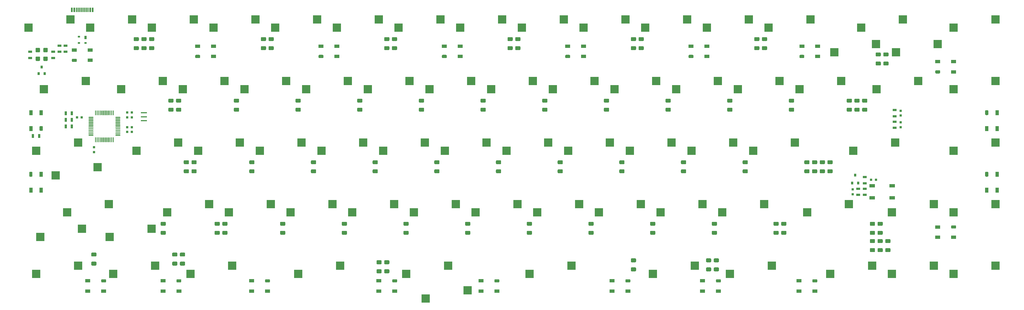
<source format=gbr>
%TF.GenerationSoftware,KiCad,Pcbnew,(5.1.11)-1*%
%TF.CreationDate,2022-07-12T18:19:21+07:00*%
%TF.ProjectId,Malenia,4d616c65-6e69-4612-9e6b-696361645f70,rev?*%
%TF.SameCoordinates,Original*%
%TF.FileFunction,Paste,Bot*%
%TF.FilePolarity,Positive*%
%FSLAX46Y46*%
G04 Gerber Fmt 4.6, Leading zero omitted, Abs format (unit mm)*
G04 Created by KiCad (PCBNEW (5.1.11)-1) date 2022-07-12 18:19:21*
%MOMM*%
%LPD*%
G01*
G04 APERTURE LIST*
%ADD10R,1.300000X0.700000*%
%ADD11R,0.750000X0.800000*%
%ADD12R,0.800000X0.900000*%
%ADD13R,2.550000X2.500000*%
%ADD14R,0.700000X1.300000*%
%ADD15R,1.000000X1.500000*%
%ADD16R,1.500000X1.000000*%
%ADD17R,1.900000X0.400000*%
%ADD18R,1.800000X1.100000*%
%ADD19R,0.800000X0.750000*%
%ADD20R,0.700000X1.000000*%
%ADD21R,0.700000X0.600000*%
%ADD22R,0.600000X1.450000*%
%ADD23R,0.300000X1.450000*%
G04 APERTURE END LIST*
D10*
%TO.C,R13*%
X298600000Y-61050000D03*
X298600000Y-62950000D03*
%TD*%
%TO.C,R12*%
X298600000Y-64650000D03*
X298600000Y-66550000D03*
%TD*%
D11*
%TO.C,C12*%
X300400000Y-61250000D03*
X300400000Y-62750000D03*
%TD*%
%TO.C,C11*%
X300400000Y-64850000D03*
X300400000Y-66350000D03*
%TD*%
%TO.C,C10*%
X285572790Y-87070355D03*
X285572790Y-85570355D03*
%TD*%
D12*
%TO.C,Q1*%
X286346215Y-81200000D03*
X285396215Y-83600000D03*
X287296215Y-83600000D03*
%TD*%
D13*
%TO.C,MX58*%
X46323250Y-109220000D03*
X33396250Y-111760000D03*
%TD*%
%TO.C,MX19*%
X77279500Y-71120000D03*
X64352500Y-73660000D03*
%TD*%
D14*
%TO.C,R11*%
X32387340Y-69056220D03*
X34287340Y-69056220D03*
%TD*%
%TO.C,D95*%
G36*
G01*
X31986280Y-81643940D02*
X31486280Y-81643940D01*
G75*
G02*
X31236280Y-81393940I0J250000D01*
G01*
X31236280Y-80393940D01*
G75*
G02*
X31486280Y-80143940I250000J0D01*
G01*
X31986280Y-80143940D01*
G75*
G02*
X32236280Y-80393940I0J-250000D01*
G01*
X32236280Y-81393940D01*
G75*
G02*
X31986280Y-81643940I-250000J0D01*
G01*
G37*
D15*
X34936280Y-80893940D03*
X31736280Y-85793940D03*
X34936280Y-85793940D03*
%TD*%
%TO.C,D94*%
G36*
G01*
X53491045Y-114140950D02*
X53491045Y-113640950D01*
G75*
G02*
X53741045Y-113390950I250000J0D01*
G01*
X54741045Y-113390950D01*
G75*
G02*
X54991045Y-113640950I0J-250000D01*
G01*
X54991045Y-114140950D01*
G75*
G02*
X54741045Y-114390950I-250000J0D01*
G01*
X53741045Y-114390950D01*
G75*
G02*
X53491045Y-114140950I0J250000D01*
G01*
G37*
D16*
X54241045Y-117090950D03*
X49341045Y-113890950D03*
X49341045Y-117090950D03*
%TD*%
%TO.C,D93*%
G36*
G01*
X76708330Y-114140950D02*
X76708330Y-113640950D01*
G75*
G02*
X76958330Y-113390950I250000J0D01*
G01*
X77958330Y-113390950D01*
G75*
G02*
X78208330Y-113640950I0J-250000D01*
G01*
X78208330Y-114140950D01*
G75*
G02*
X77958330Y-114390950I-250000J0D01*
G01*
X76958330Y-114390950D01*
G75*
G02*
X76708330Y-114140950I0J250000D01*
G01*
G37*
X77458330Y-117090950D03*
X72558330Y-113890950D03*
X72558330Y-117090950D03*
%TD*%
%TO.C,D92*%
X99942820Y-117090950D03*
X99942820Y-113890950D03*
X104842820Y-117090950D03*
G36*
G01*
X104092820Y-114140950D02*
X104092820Y-113640950D01*
G75*
G02*
X104342820Y-113390950I250000J0D01*
G01*
X105342820Y-113390950D01*
G75*
G02*
X105592820Y-113640950I0J-250000D01*
G01*
X105592820Y-114140950D01*
G75*
G02*
X105342820Y-114390950I-250000J0D01*
G01*
X104342820Y-114390950D01*
G75*
G02*
X104092820Y-114140950I0J250000D01*
G01*
G37*
%TD*%
%TO.C,D91*%
X139233610Y-117090950D03*
X139233610Y-113890950D03*
X144133610Y-117090950D03*
G36*
G01*
X143383610Y-114140950D02*
X143383610Y-113640950D01*
G75*
G02*
X143633610Y-113390950I250000J0D01*
G01*
X144633610Y-113390950D01*
G75*
G02*
X144883610Y-113640950I0J-250000D01*
G01*
X144883610Y-114140950D01*
G75*
G02*
X144633610Y-114390950I-250000J0D01*
G01*
X143633610Y-114390950D01*
G75*
G02*
X143383610Y-114140950I0J250000D01*
G01*
G37*
%TD*%
%TO.C,D90*%
X170785305Y-117090950D03*
X170785305Y-113890950D03*
X175685305Y-117090950D03*
G36*
G01*
X174935305Y-114140950D02*
X174935305Y-113640950D01*
G75*
G02*
X175185305Y-113390950I250000J0D01*
G01*
X176185305Y-113390950D01*
G75*
G02*
X176435305Y-113640950I0J-250000D01*
G01*
X176435305Y-114140950D01*
G75*
G02*
X176185305Y-114390950I-250000J0D01*
G01*
X175185305Y-114390950D01*
G75*
G02*
X174935305Y-114140950I0J250000D01*
G01*
G37*
%TD*%
%TO.C,D89*%
X211266725Y-117090950D03*
X211266725Y-113890950D03*
X216166725Y-117090950D03*
G36*
G01*
X215416725Y-114140950D02*
X215416725Y-113640950D01*
G75*
G02*
X215666725Y-113390950I250000J0D01*
G01*
X216666725Y-113390950D01*
G75*
G02*
X216916725Y-113640950I0J-250000D01*
G01*
X216916725Y-114140950D01*
G75*
G02*
X216666725Y-114390950I-250000J0D01*
G01*
X215666725Y-114390950D01*
G75*
G02*
X215416725Y-114140950I0J250000D01*
G01*
G37*
%TD*%
%TO.C,D88*%
X239247570Y-117090950D03*
X239247570Y-113890950D03*
X244147570Y-117090950D03*
G36*
G01*
X243397570Y-114140950D02*
X243397570Y-113640950D01*
G75*
G02*
X243647570Y-113390950I250000J0D01*
G01*
X244647570Y-113390950D01*
G75*
G02*
X244897570Y-113640950I0J-250000D01*
G01*
X244897570Y-114140950D01*
G75*
G02*
X244647570Y-114390950I-250000J0D01*
G01*
X243647570Y-114390950D01*
G75*
G02*
X243397570Y-114140950I0J250000D01*
G01*
G37*
%TD*%
%TO.C,D87*%
X269013320Y-117090950D03*
X269013320Y-113890950D03*
X273913320Y-117090950D03*
G36*
G01*
X273163320Y-114140950D02*
X273163320Y-113640950D01*
G75*
G02*
X273413320Y-113390950I250000J0D01*
G01*
X274413320Y-113390950D01*
G75*
G02*
X274663320Y-113640950I0J-250000D01*
G01*
X274663320Y-114140950D01*
G75*
G02*
X274413320Y-114390950I-250000J0D01*
G01*
X273413320Y-114390950D01*
G75*
G02*
X273163320Y-114140950I0J250000D01*
G01*
G37*
%TD*%
%TO.C,D86*%
X311874960Y-100422130D03*
X311874960Y-97222130D03*
X316774960Y-100422130D03*
G36*
G01*
X316024960Y-97472130D02*
X316024960Y-96972130D01*
G75*
G02*
X316274960Y-96722130I250000J0D01*
G01*
X317274960Y-96722130D01*
G75*
G02*
X317524960Y-96972130I0J-250000D01*
G01*
X317524960Y-97472130D01*
G75*
G02*
X317274960Y-97722130I-250000J0D01*
G01*
X316274960Y-97722130D01*
G75*
G02*
X316024960Y-97472130I0J250000D01*
G01*
G37*
%TD*%
D15*
%TO.C,D85*%
X330212520Y-85793940D03*
X327012520Y-85793940D03*
X330212520Y-80893940D03*
G36*
G01*
X327262520Y-81643940D02*
X326762520Y-81643940D01*
G75*
G02*
X326512520Y-81393940I0J250000D01*
G01*
X326512520Y-80393940D01*
G75*
G02*
X326762520Y-80143940I250000J0D01*
G01*
X327262520Y-80143940D01*
G75*
G02*
X327512520Y-80393940I0J-250000D01*
G01*
X327512520Y-81393940D01*
G75*
G02*
X327262520Y-81643940I-250000J0D01*
G01*
G37*
%TD*%
%TO.C,D84*%
X330212520Y-66743860D03*
X327012520Y-66743860D03*
X330212520Y-61843860D03*
G36*
G01*
X327262520Y-62593860D02*
X326762520Y-62593860D01*
G75*
G02*
X326512520Y-62343860I0J250000D01*
G01*
X326512520Y-61343860D01*
G75*
G02*
X326762520Y-61093860I250000J0D01*
G01*
X327262520Y-61093860D01*
G75*
G02*
X327512520Y-61343860I0J-250000D01*
G01*
X327512520Y-62343860D01*
G75*
G02*
X327262520Y-62593860I-250000J0D01*
G01*
G37*
%TD*%
D16*
%TO.C,D83*%
X316774960Y-46025040D03*
X316774960Y-49225040D03*
X311874960Y-46025040D03*
G36*
G01*
X312624960Y-48975040D02*
X312624960Y-49475040D01*
G75*
G02*
X312374960Y-49725040I-250000J0D01*
G01*
X311374960Y-49725040D01*
G75*
G02*
X311124960Y-49475040I0J250000D01*
G01*
X311124960Y-48975040D01*
G75*
G02*
X311374960Y-48725040I250000J0D01*
G01*
X312374960Y-48725040D01*
G75*
G02*
X312624960Y-48975040I0J-250000D01*
G01*
G37*
%TD*%
%TO.C,D82*%
X274806586Y-41262288D03*
X274806586Y-44462288D03*
X269906586Y-41262288D03*
G36*
G01*
X270656586Y-44212288D02*
X270656586Y-44712288D01*
G75*
G02*
X270406586Y-44962288I-250000J0D01*
G01*
X269406586Y-44962288D01*
G75*
G02*
X269156586Y-44712288I0J250000D01*
G01*
X269156586Y-44212288D01*
G75*
G02*
X269406586Y-43962288I250000J0D01*
G01*
X270406586Y-43962288D01*
G75*
G02*
X270656586Y-44212288I0J-250000D01*
G01*
G37*
%TD*%
%TO.C,D81*%
X240574940Y-41262280D03*
X240574940Y-44462280D03*
X235674940Y-41262280D03*
G36*
G01*
X236424940Y-44212280D02*
X236424940Y-44712280D01*
G75*
G02*
X236174940Y-44962280I-250000J0D01*
G01*
X235174940Y-44962280D01*
G75*
G02*
X234924940Y-44712280I0J250000D01*
G01*
X234924940Y-44212280D01*
G75*
G02*
X235174940Y-43962280I250000J0D01*
G01*
X236174940Y-43962280D01*
G75*
G02*
X236424940Y-44212280I0J-250000D01*
G01*
G37*
%TD*%
%TO.C,D80*%
X202474940Y-41262280D03*
X202474940Y-44462280D03*
X197574940Y-41262280D03*
G36*
G01*
X198324940Y-44212280D02*
X198324940Y-44712280D01*
G75*
G02*
X198074940Y-44962280I-250000J0D01*
G01*
X197074940Y-44962280D01*
G75*
G02*
X196824940Y-44712280I0J250000D01*
G01*
X196824940Y-44212280D01*
G75*
G02*
X197074940Y-43962280I250000J0D01*
G01*
X198074940Y-43962280D01*
G75*
G02*
X198324940Y-44212280I0J-250000D01*
G01*
G37*
%TD*%
%TO.C,D79*%
X164374940Y-41262280D03*
X164374940Y-44462280D03*
X159474940Y-41262280D03*
G36*
G01*
X160224940Y-44212280D02*
X160224940Y-44712280D01*
G75*
G02*
X159974940Y-44962280I-250000J0D01*
G01*
X158974940Y-44962280D01*
G75*
G02*
X158724940Y-44712280I0J250000D01*
G01*
X158724940Y-44212280D01*
G75*
G02*
X158974940Y-43962280I250000J0D01*
G01*
X159974940Y-43962280D01*
G75*
G02*
X160224940Y-44212280I0J-250000D01*
G01*
G37*
%TD*%
%TO.C,D78*%
X126274940Y-41262280D03*
X126274940Y-44462280D03*
X121374940Y-41262280D03*
G36*
G01*
X122124940Y-44212280D02*
X122124940Y-44712280D01*
G75*
G02*
X121874940Y-44962280I-250000J0D01*
G01*
X120874940Y-44962280D01*
G75*
G02*
X120624940Y-44712280I0J250000D01*
G01*
X120624940Y-44212280D01*
G75*
G02*
X120874940Y-43962280I250000J0D01*
G01*
X121874940Y-43962280D01*
G75*
G02*
X122124940Y-44212280I0J-250000D01*
G01*
G37*
%TD*%
%TO.C,D77*%
X88174940Y-41262280D03*
X88174940Y-44462280D03*
X83274940Y-41262280D03*
G36*
G01*
X84024940Y-44212280D02*
X84024940Y-44712280D01*
G75*
G02*
X83774940Y-44962280I-250000J0D01*
G01*
X82774940Y-44962280D01*
G75*
G02*
X82524940Y-44712280I0J250000D01*
G01*
X82524940Y-44212280D01*
G75*
G02*
X82774940Y-43962280I250000J0D01*
G01*
X83774940Y-43962280D01*
G75*
G02*
X84024940Y-44212280I0J-250000D01*
G01*
G37*
%TD*%
%TO.C,D76*%
X50075056Y-42453160D03*
X50075056Y-45653160D03*
X45175056Y-42453160D03*
G36*
G01*
X45925056Y-45403160D02*
X45925056Y-45903160D01*
G75*
G02*
X45675056Y-46153160I-250000J0D01*
G01*
X44675056Y-46153160D01*
G75*
G02*
X44425056Y-45903160I0J250000D01*
G01*
X44425056Y-45403160D01*
G75*
G02*
X44675056Y-45153160I250000J0D01*
G01*
X45675056Y-45153160D01*
G75*
G02*
X45925056Y-45403160I0J-250000D01*
G01*
G37*
%TD*%
D15*
%TO.C,D75*%
X31737220Y-61843620D03*
X34937220Y-61843620D03*
X31737220Y-66743620D03*
G36*
G01*
X34687220Y-65993620D02*
X35187220Y-65993620D01*
G75*
G02*
X35437220Y-66243620I0J-250000D01*
G01*
X35437220Y-67243620D01*
G75*
G02*
X35187220Y-67493620I-250000J0D01*
G01*
X34687220Y-67493620D01*
G75*
G02*
X34437220Y-67243620I0J250000D01*
G01*
X34437220Y-66243620D01*
G75*
G02*
X34687220Y-65993620I250000J0D01*
G01*
G37*
%TD*%
D17*
%TO.C,Y1*%
X66675120Y-64303230D03*
X66675120Y-63103230D03*
X66675120Y-61903230D03*
%TD*%
D14*
%TO.C,R10*%
X44420535Y-62079686D03*
X42520535Y-62079686D03*
%TD*%
%TO.C,D73*%
G36*
G01*
X242922475Y-109742485D02*
X244042475Y-109742485D01*
G75*
G02*
X244282475Y-109982485I0J-240000D01*
G01*
X244282475Y-110702485D01*
G75*
G02*
X244042475Y-110942485I-240000J0D01*
G01*
X242922475Y-110942485D01*
G75*
G02*
X242682475Y-110702485I0J240000D01*
G01*
X242682475Y-109982485D01*
G75*
G02*
X242922475Y-109742485I240000J0D01*
G01*
G37*
G36*
G01*
X242922475Y-106942485D02*
X244042475Y-106942485D01*
G75*
G02*
X244282475Y-107182485I0J-240000D01*
G01*
X244282475Y-107902485D01*
G75*
G02*
X244042475Y-108142485I-240000J0D01*
G01*
X242922475Y-108142485D01*
G75*
G02*
X242682475Y-107902485I0J240000D01*
G01*
X242682475Y-107182485D01*
G75*
G02*
X242922475Y-106942485I240000J0D01*
G01*
G37*
%TD*%
%TO.C,D68*%
G36*
G01*
X295906710Y-103789335D02*
X297026710Y-103789335D01*
G75*
G02*
X297266710Y-104029335I0J-240000D01*
G01*
X297266710Y-104749335D01*
G75*
G02*
X297026710Y-104989335I-240000J0D01*
G01*
X295906710Y-104989335D01*
G75*
G02*
X295666710Y-104749335I0J240000D01*
G01*
X295666710Y-104029335D01*
G75*
G02*
X295906710Y-103789335I240000J0D01*
G01*
G37*
G36*
G01*
X295906710Y-100989335D02*
X297026710Y-100989335D01*
G75*
G02*
X297266710Y-101229335I0J-240000D01*
G01*
X297266710Y-101949335D01*
G75*
G02*
X297026710Y-102189335I-240000J0D01*
G01*
X295906710Y-102189335D01*
G75*
G02*
X295666710Y-101949335I0J240000D01*
G01*
X295666710Y-101229335D01*
G75*
G02*
X295906710Y-100989335I240000J0D01*
G01*
G37*
%TD*%
%TO.C,D67*%
G36*
G01*
X293525450Y-103789335D02*
X294645450Y-103789335D01*
G75*
G02*
X294885450Y-104029335I0J-240000D01*
G01*
X294885450Y-104749335D01*
G75*
G02*
X294645450Y-104989335I-240000J0D01*
G01*
X293525450Y-104989335D01*
G75*
G02*
X293285450Y-104749335I0J240000D01*
G01*
X293285450Y-104029335D01*
G75*
G02*
X293525450Y-103789335I240000J0D01*
G01*
G37*
G36*
G01*
X293525450Y-100989335D02*
X294645450Y-100989335D01*
G75*
G02*
X294885450Y-101229335I0J-240000D01*
G01*
X294885450Y-101949335D01*
G75*
G02*
X294645450Y-102189335I-240000J0D01*
G01*
X293525450Y-102189335D01*
G75*
G02*
X293285450Y-101949335I0J240000D01*
G01*
X293285450Y-101229335D01*
G75*
G02*
X293525450Y-100989335I240000J0D01*
G01*
G37*
%TD*%
%TO.C,D66*%
G36*
G01*
X291144050Y-103789175D02*
X292264050Y-103789175D01*
G75*
G02*
X292504050Y-104029175I0J-240000D01*
G01*
X292504050Y-104749175D01*
G75*
G02*
X292264050Y-104989175I-240000J0D01*
G01*
X291144050Y-104989175D01*
G75*
G02*
X290904050Y-104749175I0J240000D01*
G01*
X290904050Y-104029175D01*
G75*
G02*
X291144050Y-103789175I240000J0D01*
G01*
G37*
G36*
G01*
X291144050Y-100989175D02*
X292264050Y-100989175D01*
G75*
G02*
X292504050Y-101229175I0J-240000D01*
G01*
X292504050Y-101949175D01*
G75*
G02*
X292264050Y-102189175I-240000J0D01*
G01*
X291144050Y-102189175D01*
G75*
G02*
X290904050Y-101949175I0J240000D01*
G01*
X290904050Y-101229175D01*
G75*
G02*
X291144050Y-100989175I240000J0D01*
G01*
G37*
%TD*%
%TO.C,D65*%
G36*
G01*
X240541215Y-109742485D02*
X241661215Y-109742485D01*
G75*
G02*
X241901215Y-109982485I0J-240000D01*
G01*
X241901215Y-110702485D01*
G75*
G02*
X241661215Y-110942485I-240000J0D01*
G01*
X240541215Y-110942485D01*
G75*
G02*
X240301215Y-110702485I0J240000D01*
G01*
X240301215Y-109982485D01*
G75*
G02*
X240541215Y-109742485I240000J0D01*
G01*
G37*
G36*
G01*
X240541215Y-106942485D02*
X241661215Y-106942485D01*
G75*
G02*
X241901215Y-107182485I0J-240000D01*
G01*
X241901215Y-107902485D01*
G75*
G02*
X241661215Y-108142485I-240000J0D01*
G01*
X240541215Y-108142485D01*
G75*
G02*
X240301215Y-107902485I0J240000D01*
G01*
X240301215Y-107182485D01*
G75*
G02*
X240541215Y-106942485I240000J0D01*
G01*
G37*
%TD*%
%TO.C,D63*%
G36*
G01*
X217323930Y-109742485D02*
X218443930Y-109742485D01*
G75*
G02*
X218683930Y-109982485I0J-240000D01*
G01*
X218683930Y-110702485D01*
G75*
G02*
X218443930Y-110942485I-240000J0D01*
G01*
X217323930Y-110942485D01*
G75*
G02*
X217083930Y-110702485I0J240000D01*
G01*
X217083930Y-109982485D01*
G75*
G02*
X217323930Y-109742485I240000J0D01*
G01*
G37*
G36*
G01*
X217323930Y-106942485D02*
X218443930Y-106942485D01*
G75*
G02*
X218683930Y-107182485I0J-240000D01*
G01*
X218683930Y-107902485D01*
G75*
G02*
X218443930Y-108142485I-240000J0D01*
G01*
X217323930Y-108142485D01*
G75*
G02*
X217083930Y-107902485I0J240000D01*
G01*
X217083930Y-107182485D01*
G75*
G02*
X217323930Y-106942485I240000J0D01*
G01*
G37*
%TD*%
%TO.C,D62*%
G36*
G01*
X141123610Y-110337800D02*
X142243610Y-110337800D01*
G75*
G02*
X142483610Y-110577800I0J-240000D01*
G01*
X142483610Y-111297800D01*
G75*
G02*
X142243610Y-111537800I-240000J0D01*
G01*
X141123610Y-111537800D01*
G75*
G02*
X140883610Y-111297800I0J240000D01*
G01*
X140883610Y-110577800D01*
G75*
G02*
X141123610Y-110337800I240000J0D01*
G01*
G37*
G36*
G01*
X141123610Y-107537800D02*
X142243610Y-107537800D01*
G75*
G02*
X142483610Y-107777800I0J-240000D01*
G01*
X142483610Y-108497800D01*
G75*
G02*
X142243610Y-108737800I-240000J0D01*
G01*
X141123610Y-108737800D01*
G75*
G02*
X140883610Y-108497800I0J240000D01*
G01*
X140883610Y-107777800D01*
G75*
G02*
X141123610Y-107537800I240000J0D01*
G01*
G37*
%TD*%
%TO.C,D61*%
G36*
G01*
X138742350Y-110337800D02*
X139862350Y-110337800D01*
G75*
G02*
X140102350Y-110577800I0J-240000D01*
G01*
X140102350Y-111297800D01*
G75*
G02*
X139862350Y-111537800I-240000J0D01*
G01*
X138742350Y-111537800D01*
G75*
G02*
X138502350Y-111297800I0J240000D01*
G01*
X138502350Y-110577800D01*
G75*
G02*
X138742350Y-110337800I240000J0D01*
G01*
G37*
G36*
G01*
X138742350Y-107537800D02*
X139862350Y-107537800D01*
G75*
G02*
X140102350Y-107777800I0J-240000D01*
G01*
X140102350Y-108497800D01*
G75*
G02*
X139862350Y-108737800I-240000J0D01*
G01*
X138742350Y-108737800D01*
G75*
G02*
X138502350Y-108497800I0J240000D01*
G01*
X138502350Y-107777800D01*
G75*
G02*
X138742350Y-107537800I240000J0D01*
G01*
G37*
%TD*%
%TO.C,D59*%
G36*
G01*
X78021420Y-107956540D02*
X79141420Y-107956540D01*
G75*
G02*
X79381420Y-108196540I0J-240000D01*
G01*
X79381420Y-108916540D01*
G75*
G02*
X79141420Y-109156540I-240000J0D01*
G01*
X78021420Y-109156540D01*
G75*
G02*
X77781420Y-108916540I0J240000D01*
G01*
X77781420Y-108196540D01*
G75*
G02*
X78021420Y-107956540I240000J0D01*
G01*
G37*
G36*
G01*
X78021420Y-105156540D02*
X79141420Y-105156540D01*
G75*
G02*
X79381420Y-105396540I0J-240000D01*
G01*
X79381420Y-106116540D01*
G75*
G02*
X79141420Y-106356540I-240000J0D01*
G01*
X78021420Y-106356540D01*
G75*
G02*
X77781420Y-106116540I0J240000D01*
G01*
X77781420Y-105396540D01*
G75*
G02*
X78021420Y-105156540I240000J0D01*
G01*
G37*
%TD*%
%TO.C,D58*%
G36*
G01*
X75640160Y-107956540D02*
X76760160Y-107956540D01*
G75*
G02*
X77000160Y-108196540I0J-240000D01*
G01*
X77000160Y-108916540D01*
G75*
G02*
X76760160Y-109156540I-240000J0D01*
G01*
X75640160Y-109156540D01*
G75*
G02*
X75400160Y-108916540I0J240000D01*
G01*
X75400160Y-108196540D01*
G75*
G02*
X75640160Y-107956540I240000J0D01*
G01*
G37*
G36*
G01*
X75640160Y-105156540D02*
X76760160Y-105156540D01*
G75*
G02*
X77000160Y-105396540I0J-240000D01*
G01*
X77000160Y-106116540D01*
G75*
G02*
X76760160Y-106356540I-240000J0D01*
G01*
X75640160Y-106356540D01*
G75*
G02*
X75400160Y-106116540I0J240000D01*
G01*
X75400160Y-105396540D01*
G75*
G02*
X75640160Y-105156540I240000J0D01*
G01*
G37*
%TD*%
%TO.C,D57*%
G36*
G01*
X294645450Y-96831500D02*
X293525450Y-96831500D01*
G75*
G02*
X293285450Y-96591500I0J240000D01*
G01*
X293285450Y-95871500D01*
G75*
G02*
X293525450Y-95631500I240000J0D01*
G01*
X294645450Y-95631500D01*
G75*
G02*
X294885450Y-95871500I0J-240000D01*
G01*
X294885450Y-96591500D01*
G75*
G02*
X294645450Y-96831500I-240000J0D01*
G01*
G37*
G36*
G01*
X294645450Y-99631500D02*
X293525450Y-99631500D01*
G75*
G02*
X293285450Y-99391500I0J240000D01*
G01*
X293285450Y-98671500D01*
G75*
G02*
X293525450Y-98431500I240000J0D01*
G01*
X294645450Y-98431500D01*
G75*
G02*
X294885450Y-98671500I0J-240000D01*
G01*
X294885450Y-99391500D01*
G75*
G02*
X294645450Y-99631500I-240000J0D01*
G01*
G37*
%TD*%
%TO.C,D55*%
G36*
G01*
X292264190Y-96831500D02*
X291144190Y-96831500D01*
G75*
G02*
X290904190Y-96591500I0J240000D01*
G01*
X290904190Y-95871500D01*
G75*
G02*
X291144190Y-95631500I240000J0D01*
G01*
X292264190Y-95631500D01*
G75*
G02*
X292504190Y-95871500I0J-240000D01*
G01*
X292504190Y-96591500D01*
G75*
G02*
X292264190Y-96831500I-240000J0D01*
G01*
G37*
G36*
G01*
X292264190Y-99631500D02*
X291144190Y-99631500D01*
G75*
G02*
X290904190Y-99391500I0J240000D01*
G01*
X290904190Y-98671500D01*
G75*
G02*
X291144190Y-98431500I240000J0D01*
G01*
X292264190Y-98431500D01*
G75*
G02*
X292504190Y-98671500I0J-240000D01*
G01*
X292504190Y-99391500D01*
G75*
G02*
X292264190Y-99631500I-240000J0D01*
G01*
G37*
%TD*%
%TO.C,D54*%
G36*
G01*
X264879700Y-96831500D02*
X263759700Y-96831500D01*
G75*
G02*
X263519700Y-96591500I0J240000D01*
G01*
X263519700Y-95871500D01*
G75*
G02*
X263759700Y-95631500I240000J0D01*
G01*
X264879700Y-95631500D01*
G75*
G02*
X265119700Y-95871500I0J-240000D01*
G01*
X265119700Y-96591500D01*
G75*
G02*
X264879700Y-96831500I-240000J0D01*
G01*
G37*
G36*
G01*
X264879700Y-99631500D02*
X263759700Y-99631500D01*
G75*
G02*
X263519700Y-99391500I0J240000D01*
G01*
X263519700Y-98671500D01*
G75*
G02*
X263759700Y-98431500I240000J0D01*
G01*
X264879700Y-98431500D01*
G75*
G02*
X265119700Y-98671500I0J-240000D01*
G01*
X265119700Y-99391500D01*
G75*
G02*
X264879700Y-99631500I-240000J0D01*
G01*
G37*
%TD*%
%TO.C,D46*%
G36*
G01*
X110097800Y-96831500D02*
X108977800Y-96831500D01*
G75*
G02*
X108737800Y-96591500I0J240000D01*
G01*
X108737800Y-95871500D01*
G75*
G02*
X108977800Y-95631500I240000J0D01*
G01*
X110097800Y-95631500D01*
G75*
G02*
X110337800Y-95871500I0J-240000D01*
G01*
X110337800Y-96591500D01*
G75*
G02*
X110097800Y-96831500I-240000J0D01*
G01*
G37*
G36*
G01*
X110097800Y-99631500D02*
X108977800Y-99631500D01*
G75*
G02*
X108737800Y-99391500I0J240000D01*
G01*
X108737800Y-98671500D01*
G75*
G02*
X108977800Y-98431500I240000J0D01*
G01*
X110097800Y-98431500D01*
G75*
G02*
X110337800Y-98671500I0J-240000D01*
G01*
X110337800Y-99391500D01*
G75*
G02*
X110097800Y-99631500I-240000J0D01*
G01*
G37*
%TD*%
%TO.C,D42*%
G36*
G01*
X279167260Y-77781420D02*
X278047260Y-77781420D01*
G75*
G02*
X277807260Y-77541420I0J240000D01*
G01*
X277807260Y-76821420D01*
G75*
G02*
X278047260Y-76581420I240000J0D01*
G01*
X279167260Y-76581420D01*
G75*
G02*
X279407260Y-76821420I0J-240000D01*
G01*
X279407260Y-77541420D01*
G75*
G02*
X279167260Y-77781420I-240000J0D01*
G01*
G37*
G36*
G01*
X279167260Y-80581420D02*
X278047260Y-80581420D01*
G75*
G02*
X277807260Y-80341420I0J240000D01*
G01*
X277807260Y-79621420D01*
G75*
G02*
X278047260Y-79381420I240000J0D01*
G01*
X279167260Y-79381420D01*
G75*
G02*
X279407260Y-79621420I0J-240000D01*
G01*
X279407260Y-80341420D01*
G75*
G02*
X279167260Y-80581420I-240000J0D01*
G01*
G37*
%TD*%
%TO.C,D41*%
G36*
G01*
X289882930Y-58731340D02*
X288762930Y-58731340D01*
G75*
G02*
X288522930Y-58491340I0J240000D01*
G01*
X288522930Y-57771340D01*
G75*
G02*
X288762930Y-57531340I240000J0D01*
G01*
X289882930Y-57531340D01*
G75*
G02*
X290122930Y-57771340I0J-240000D01*
G01*
X290122930Y-58491340D01*
G75*
G02*
X289882930Y-58731340I-240000J0D01*
G01*
G37*
G36*
G01*
X289882930Y-61531340D02*
X288762930Y-61531340D01*
G75*
G02*
X288522930Y-61291340I0J240000D01*
G01*
X288522930Y-60571340D01*
G75*
G02*
X288762930Y-60331340I240000J0D01*
G01*
X289882930Y-60331340D01*
G75*
G02*
X290122930Y-60571340I0J-240000D01*
G01*
X290122930Y-61291340D01*
G75*
G02*
X289882930Y-61531340I-240000J0D01*
G01*
G37*
%TD*%
%TO.C,D40*%
G36*
G01*
X296431395Y-44443780D02*
X295311395Y-44443780D01*
G75*
G02*
X295071395Y-44203780I0J240000D01*
G01*
X295071395Y-43483780D01*
G75*
G02*
X295311395Y-43243780I240000J0D01*
G01*
X296431395Y-43243780D01*
G75*
G02*
X296671395Y-43483780I0J-240000D01*
G01*
X296671395Y-44203780D01*
G75*
G02*
X296431395Y-44443780I-240000J0D01*
G01*
G37*
G36*
G01*
X296431395Y-47243780D02*
X295311395Y-47243780D01*
G75*
G02*
X295071395Y-47003780I0J240000D01*
G01*
X295071395Y-46283780D01*
G75*
G02*
X295311395Y-46043780I240000J0D01*
G01*
X296431395Y-46043780D01*
G75*
G02*
X296671395Y-46283780I0J-240000D01*
G01*
X296671395Y-47003780D01*
G75*
G02*
X296431395Y-47243780I-240000J0D01*
G01*
G37*
%TD*%
%TO.C,D39*%
G36*
G01*
X276786000Y-77781420D02*
X275666000Y-77781420D01*
G75*
G02*
X275426000Y-77541420I0J240000D01*
G01*
X275426000Y-76821420D01*
G75*
G02*
X275666000Y-76581420I240000J0D01*
G01*
X276786000Y-76581420D01*
G75*
G02*
X277026000Y-76821420I0J-240000D01*
G01*
X277026000Y-77541420D01*
G75*
G02*
X276786000Y-77781420I-240000J0D01*
G01*
G37*
G36*
G01*
X276786000Y-80581420D02*
X275666000Y-80581420D01*
G75*
G02*
X275426000Y-80341420I0J240000D01*
G01*
X275426000Y-79621420D01*
G75*
G02*
X275666000Y-79381420I240000J0D01*
G01*
X276786000Y-79381420D01*
G75*
G02*
X277026000Y-79621420I0J-240000D01*
G01*
X277026000Y-80341420D01*
G75*
G02*
X276786000Y-80581420I-240000J0D01*
G01*
G37*
%TD*%
%TO.C,D38*%
G36*
G01*
X287501670Y-58731340D02*
X286381670Y-58731340D01*
G75*
G02*
X286141670Y-58491340I0J240000D01*
G01*
X286141670Y-57771340D01*
G75*
G02*
X286381670Y-57531340I240000J0D01*
G01*
X287501670Y-57531340D01*
G75*
G02*
X287741670Y-57771340I0J-240000D01*
G01*
X287741670Y-58491340D01*
G75*
G02*
X287501670Y-58731340I-240000J0D01*
G01*
G37*
G36*
G01*
X287501670Y-61531340D02*
X286381670Y-61531340D01*
G75*
G02*
X286141670Y-61291340I0J240000D01*
G01*
X286141670Y-60571340D01*
G75*
G02*
X286381670Y-60331340I240000J0D01*
G01*
X287501670Y-60331340D01*
G75*
G02*
X287741670Y-60571340I0J-240000D01*
G01*
X287741670Y-61291340D01*
G75*
G02*
X287501670Y-61531340I-240000J0D01*
G01*
G37*
%TD*%
%TO.C,D37*%
G36*
G01*
X294050135Y-44443780D02*
X292930135Y-44443780D01*
G75*
G02*
X292690135Y-44203780I0J240000D01*
G01*
X292690135Y-43483780D01*
G75*
G02*
X292930135Y-43243780I240000J0D01*
G01*
X294050135Y-43243780D01*
G75*
G02*
X294290135Y-43483780I0J-240000D01*
G01*
X294290135Y-44203780D01*
G75*
G02*
X294050135Y-44443780I-240000J0D01*
G01*
G37*
G36*
G01*
X294050135Y-47243780D02*
X292930135Y-47243780D01*
G75*
G02*
X292690135Y-47003780I0J240000D01*
G01*
X292690135Y-46283780D01*
G75*
G02*
X292930135Y-46043780I240000J0D01*
G01*
X294050135Y-46043780D01*
G75*
G02*
X294290135Y-46283780I0J-240000D01*
G01*
X294290135Y-47003780D01*
G75*
G02*
X294050135Y-47243780I-240000J0D01*
G01*
G37*
%TD*%
%TO.C,D36*%
G36*
G01*
X274404740Y-77781420D02*
X273284740Y-77781420D01*
G75*
G02*
X273044740Y-77541420I0J240000D01*
G01*
X273044740Y-76821420D01*
G75*
G02*
X273284740Y-76581420I240000J0D01*
G01*
X274404740Y-76581420D01*
G75*
G02*
X274644740Y-76821420I0J-240000D01*
G01*
X274644740Y-77541420D01*
G75*
G02*
X274404740Y-77781420I-240000J0D01*
G01*
G37*
G36*
G01*
X274404740Y-80581420D02*
X273284740Y-80581420D01*
G75*
G02*
X273044740Y-80341420I0J240000D01*
G01*
X273044740Y-79621420D01*
G75*
G02*
X273284740Y-79381420I240000J0D01*
G01*
X274404740Y-79381420D01*
G75*
G02*
X274644740Y-79621420I0J-240000D01*
G01*
X274644740Y-80341420D01*
G75*
G02*
X274404740Y-80581420I-240000J0D01*
G01*
G37*
%TD*%
%TO.C,D7*%
G36*
G01*
X69616380Y-39681260D02*
X68496380Y-39681260D01*
G75*
G02*
X68256380Y-39441260I0J240000D01*
G01*
X68256380Y-38721260D01*
G75*
G02*
X68496380Y-38481260I240000J0D01*
G01*
X69616380Y-38481260D01*
G75*
G02*
X69856380Y-38721260I0J-240000D01*
G01*
X69856380Y-39441260D01*
G75*
G02*
X69616380Y-39681260I-240000J0D01*
G01*
G37*
G36*
G01*
X69616380Y-42481260D02*
X68496380Y-42481260D01*
G75*
G02*
X68256380Y-42241260I0J240000D01*
G01*
X68256380Y-41521260D01*
G75*
G02*
X68496380Y-41281260I240000J0D01*
G01*
X69616380Y-41281260D01*
G75*
G02*
X69856380Y-41521260I0J-240000D01*
G01*
X69856380Y-42241260D01*
G75*
G02*
X69616380Y-42481260I-240000J0D01*
G01*
G37*
%TD*%
%TO.C,D5*%
G36*
G01*
X77950790Y-58731340D02*
X76830790Y-58731340D01*
G75*
G02*
X76590790Y-58491340I0J240000D01*
G01*
X76590790Y-57771340D01*
G75*
G02*
X76830790Y-57531340I240000J0D01*
G01*
X77950790Y-57531340D01*
G75*
G02*
X78190790Y-57771340I0J-240000D01*
G01*
X78190790Y-58491340D01*
G75*
G02*
X77950790Y-58731340I-240000J0D01*
G01*
G37*
G36*
G01*
X77950790Y-61531340D02*
X76830790Y-61531340D01*
G75*
G02*
X76590790Y-61291340I0J240000D01*
G01*
X76590790Y-60571340D01*
G75*
G02*
X76830790Y-60331340I240000J0D01*
G01*
X77950790Y-60331340D01*
G75*
G02*
X78190790Y-60571340I0J-240000D01*
G01*
X78190790Y-61291340D01*
G75*
G02*
X77950790Y-61531340I-240000J0D01*
G01*
G37*
%TD*%
%TO.C,D2*%
G36*
G01*
X75569530Y-58731340D02*
X74449530Y-58731340D01*
G75*
G02*
X74209530Y-58491340I0J240000D01*
G01*
X74209530Y-57771340D01*
G75*
G02*
X74449530Y-57531340I240000J0D01*
G01*
X75569530Y-57531340D01*
G75*
G02*
X75809530Y-57771340I0J-240000D01*
G01*
X75809530Y-58491340D01*
G75*
G02*
X75569530Y-58731340I-240000J0D01*
G01*
G37*
G36*
G01*
X75569530Y-61531340D02*
X74449530Y-61531340D01*
G75*
G02*
X74209530Y-61291340I0J240000D01*
G01*
X74209530Y-60571340D01*
G75*
G02*
X74449530Y-60331340I240000J0D01*
G01*
X75569530Y-60331340D01*
G75*
G02*
X75809530Y-60571340I0J-240000D01*
G01*
X75809530Y-61291340D01*
G75*
G02*
X75569530Y-61531340I-240000J0D01*
G01*
G37*
%TD*%
D13*
%TO.C,MX18*%
X72517000Y-52070000D03*
X59590000Y-54610000D03*
%TD*%
D18*
%TO.C,SW1*%
X297780625Y-84470355D03*
X291580625Y-88170355D03*
X297780625Y-88170355D03*
X291580625Y-84470355D03*
%TD*%
D10*
%TO.C,R5*%
X287322790Y-87270355D03*
X287322790Y-85370355D03*
%TD*%
%TO.C,R4*%
X289322790Y-85370355D03*
X289322790Y-87270355D03*
%TD*%
%TO.C,R3*%
X289322790Y-81798465D03*
X289322790Y-83698465D03*
%TD*%
%TO.C,D72*%
G36*
G01*
X262498300Y-96831340D02*
X261378300Y-96831340D01*
G75*
G02*
X261138300Y-96591340I0J240000D01*
G01*
X261138300Y-95871340D01*
G75*
G02*
X261378300Y-95631340I240000J0D01*
G01*
X262498300Y-95631340D01*
G75*
G02*
X262738300Y-95871340I0J-240000D01*
G01*
X262738300Y-96591340D01*
G75*
G02*
X262498300Y-96831340I-240000J0D01*
G01*
G37*
G36*
G01*
X262498300Y-99631340D02*
X261378300Y-99631340D01*
G75*
G02*
X261138300Y-99391340I0J240000D01*
G01*
X261138300Y-98671340D01*
G75*
G02*
X261378300Y-98431340I240000J0D01*
G01*
X262498300Y-98431340D01*
G75*
G02*
X262738300Y-98671340I0J-240000D01*
G01*
X262738300Y-99391340D01*
G75*
G02*
X262498300Y-99631340I-240000J0D01*
G01*
G37*
%TD*%
%TO.C,D71*%
G36*
G01*
X272022600Y-77781420D02*
X270902600Y-77781420D01*
G75*
G02*
X270662600Y-77541420I0J240000D01*
G01*
X270662600Y-76821420D01*
G75*
G02*
X270902600Y-76581420I240000J0D01*
G01*
X272022600Y-76581420D01*
G75*
G02*
X272262600Y-76821420I0J-240000D01*
G01*
X272262600Y-77541420D01*
G75*
G02*
X272022600Y-77781420I-240000J0D01*
G01*
G37*
G36*
G01*
X272022600Y-80581420D02*
X270902600Y-80581420D01*
G75*
G02*
X270662600Y-80341420I0J240000D01*
G01*
X270662600Y-79621420D01*
G75*
G02*
X270902600Y-79381420I240000J0D01*
G01*
X272022600Y-79381420D01*
G75*
G02*
X272262600Y-79621420I0J-240000D01*
G01*
X272262600Y-80341420D01*
G75*
G02*
X272022600Y-80581420I-240000J0D01*
G01*
G37*
%TD*%
%TO.C,D70*%
G36*
G01*
X267260240Y-58731340D02*
X266140240Y-58731340D01*
G75*
G02*
X265900240Y-58491340I0J240000D01*
G01*
X265900240Y-57771340D01*
G75*
G02*
X266140240Y-57531340I240000J0D01*
G01*
X267260240Y-57531340D01*
G75*
G02*
X267500240Y-57771340I0J-240000D01*
G01*
X267500240Y-58491340D01*
G75*
G02*
X267260240Y-58731340I-240000J0D01*
G01*
G37*
G36*
G01*
X267260240Y-61531340D02*
X266140240Y-61531340D01*
G75*
G02*
X265900240Y-61291340I0J240000D01*
G01*
X265900240Y-60571340D01*
G75*
G02*
X266140240Y-60331340I240000J0D01*
G01*
X267260240Y-60331340D01*
G75*
G02*
X267500240Y-60571340I0J-240000D01*
G01*
X267500240Y-61291340D01*
G75*
G02*
X267260240Y-61531340I-240000J0D01*
G01*
G37*
%TD*%
%TO.C,D56*%
G36*
G01*
X50636770Y-107956540D02*
X51756770Y-107956540D01*
G75*
G02*
X51996770Y-108196540I0J-240000D01*
G01*
X51996770Y-108916540D01*
G75*
G02*
X51756770Y-109156540I-240000J0D01*
G01*
X50636770Y-109156540D01*
G75*
G02*
X50396770Y-108916540I0J240000D01*
G01*
X50396770Y-108196540D01*
G75*
G02*
X50636770Y-107956540I240000J0D01*
G01*
G37*
G36*
G01*
X50636770Y-105156540D02*
X51756770Y-105156540D01*
G75*
G02*
X51996770Y-105396540I0J-240000D01*
G01*
X51996770Y-106116540D01*
G75*
G02*
X51756770Y-106356540I-240000J0D01*
G01*
X50636770Y-106356540D01*
G75*
G02*
X50396770Y-106116540I0J240000D01*
G01*
X50396770Y-105396540D01*
G75*
G02*
X50636770Y-105156540I240000J0D01*
G01*
G37*
%TD*%
%TO.C,D53*%
G36*
G01*
X243448200Y-96831500D02*
X242328200Y-96831500D01*
G75*
G02*
X242088200Y-96591500I0J240000D01*
G01*
X242088200Y-95871500D01*
G75*
G02*
X242328200Y-95631500I240000J0D01*
G01*
X243448200Y-95631500D01*
G75*
G02*
X243688200Y-95871500I0J-240000D01*
G01*
X243688200Y-96591500D01*
G75*
G02*
X243448200Y-96831500I-240000J0D01*
G01*
G37*
G36*
G01*
X243448200Y-99631500D02*
X242328200Y-99631500D01*
G75*
G02*
X242088200Y-99391500I0J240000D01*
G01*
X242088200Y-98671500D01*
G75*
G02*
X242328200Y-98431500I240000J0D01*
G01*
X243448200Y-98431500D01*
G75*
G02*
X243688200Y-98671500I0J-240000D01*
G01*
X243688200Y-99391500D01*
G75*
G02*
X243448200Y-99631500I-240000J0D01*
G01*
G37*
%TD*%
%TO.C,D52*%
G36*
G01*
X224398120Y-96831500D02*
X223278120Y-96831500D01*
G75*
G02*
X223038120Y-96591500I0J240000D01*
G01*
X223038120Y-95871500D01*
G75*
G02*
X223278120Y-95631500I240000J0D01*
G01*
X224398120Y-95631500D01*
G75*
G02*
X224638120Y-95871500I0J-240000D01*
G01*
X224638120Y-96591500D01*
G75*
G02*
X224398120Y-96831500I-240000J0D01*
G01*
G37*
G36*
G01*
X224398120Y-99631500D02*
X223278120Y-99631500D01*
G75*
G02*
X223038120Y-99391500I0J240000D01*
G01*
X223038120Y-98671500D01*
G75*
G02*
X223278120Y-98431500I240000J0D01*
G01*
X224398120Y-98431500D01*
G75*
G02*
X224638120Y-98671500I0J-240000D01*
G01*
X224638120Y-99391500D01*
G75*
G02*
X224398120Y-99631500I-240000J0D01*
G01*
G37*
%TD*%
%TO.C,D51*%
G36*
G01*
X205348040Y-96831500D02*
X204228040Y-96831500D01*
G75*
G02*
X203988040Y-96591500I0J240000D01*
G01*
X203988040Y-95871500D01*
G75*
G02*
X204228040Y-95631500I240000J0D01*
G01*
X205348040Y-95631500D01*
G75*
G02*
X205588040Y-95871500I0J-240000D01*
G01*
X205588040Y-96591500D01*
G75*
G02*
X205348040Y-96831500I-240000J0D01*
G01*
G37*
G36*
G01*
X205348040Y-99631500D02*
X204228040Y-99631500D01*
G75*
G02*
X203988040Y-99391500I0J240000D01*
G01*
X203988040Y-98671500D01*
G75*
G02*
X204228040Y-98431500I240000J0D01*
G01*
X205348040Y-98431500D01*
G75*
G02*
X205588040Y-98671500I0J-240000D01*
G01*
X205588040Y-99391500D01*
G75*
G02*
X205348040Y-99631500I-240000J0D01*
G01*
G37*
%TD*%
%TO.C,D50*%
G36*
G01*
X186297880Y-96831500D02*
X185177880Y-96831500D01*
G75*
G02*
X184937880Y-96591500I0J240000D01*
G01*
X184937880Y-95871500D01*
G75*
G02*
X185177880Y-95631500I240000J0D01*
G01*
X186297880Y-95631500D01*
G75*
G02*
X186537880Y-95871500I0J-240000D01*
G01*
X186537880Y-96591500D01*
G75*
G02*
X186297880Y-96831500I-240000J0D01*
G01*
G37*
G36*
G01*
X186297880Y-99631500D02*
X185177880Y-99631500D01*
G75*
G02*
X184937880Y-99391500I0J240000D01*
G01*
X184937880Y-98671500D01*
G75*
G02*
X185177880Y-98431500I240000J0D01*
G01*
X186297880Y-98431500D01*
G75*
G02*
X186537880Y-98671500I0J-240000D01*
G01*
X186537880Y-99391500D01*
G75*
G02*
X186297880Y-99631500I-240000J0D01*
G01*
G37*
%TD*%
%TO.C,D49*%
G36*
G01*
X167247880Y-96831500D02*
X166127880Y-96831500D01*
G75*
G02*
X165887880Y-96591500I0J240000D01*
G01*
X165887880Y-95871500D01*
G75*
G02*
X166127880Y-95631500I240000J0D01*
G01*
X167247880Y-95631500D01*
G75*
G02*
X167487880Y-95871500I0J-240000D01*
G01*
X167487880Y-96591500D01*
G75*
G02*
X167247880Y-96831500I-240000J0D01*
G01*
G37*
G36*
G01*
X167247880Y-99631500D02*
X166127880Y-99631500D01*
G75*
G02*
X165887880Y-99391500I0J240000D01*
G01*
X165887880Y-98671500D01*
G75*
G02*
X166127880Y-98431500I240000J0D01*
G01*
X167247880Y-98431500D01*
G75*
G02*
X167487880Y-98671500I0J-240000D01*
G01*
X167487880Y-99391500D01*
G75*
G02*
X167247880Y-99631500I-240000J0D01*
G01*
G37*
%TD*%
%TO.C,D48*%
G36*
G01*
X148197800Y-96831500D02*
X147077800Y-96831500D01*
G75*
G02*
X146837800Y-96591500I0J240000D01*
G01*
X146837800Y-95871500D01*
G75*
G02*
X147077800Y-95631500I240000J0D01*
G01*
X148197800Y-95631500D01*
G75*
G02*
X148437800Y-95871500I0J-240000D01*
G01*
X148437800Y-96591500D01*
G75*
G02*
X148197800Y-96831500I-240000J0D01*
G01*
G37*
G36*
G01*
X148197800Y-99631500D02*
X147077800Y-99631500D01*
G75*
G02*
X146837800Y-99391500I0J240000D01*
G01*
X146837800Y-98671500D01*
G75*
G02*
X147077800Y-98431500I240000J0D01*
G01*
X148197800Y-98431500D01*
G75*
G02*
X148437800Y-98671500I0J-240000D01*
G01*
X148437800Y-99391500D01*
G75*
G02*
X148197800Y-99631500I-240000J0D01*
G01*
G37*
%TD*%
%TO.C,D47*%
G36*
G01*
X129147720Y-96831500D02*
X128027720Y-96831500D01*
G75*
G02*
X127787720Y-96591500I0J240000D01*
G01*
X127787720Y-95871500D01*
G75*
G02*
X128027720Y-95631500I240000J0D01*
G01*
X129147720Y-95631500D01*
G75*
G02*
X129387720Y-95871500I0J-240000D01*
G01*
X129387720Y-96591500D01*
G75*
G02*
X129147720Y-96831500I-240000J0D01*
G01*
G37*
G36*
G01*
X129147720Y-99631500D02*
X128027720Y-99631500D01*
G75*
G02*
X127787720Y-99391500I0J240000D01*
G01*
X127787720Y-98671500D01*
G75*
G02*
X128027720Y-98431500I240000J0D01*
G01*
X129147720Y-98431500D01*
G75*
G02*
X129387720Y-98671500I0J-240000D01*
G01*
X129387720Y-99391500D01*
G75*
G02*
X129147720Y-99631500I-240000J0D01*
G01*
G37*
%TD*%
%TO.C,D45*%
G36*
G01*
X92238190Y-96831500D02*
X91118190Y-96831500D01*
G75*
G02*
X90878190Y-96591500I0J240000D01*
G01*
X90878190Y-95871500D01*
G75*
G02*
X91118190Y-95631500I240000J0D01*
G01*
X92238190Y-95631500D01*
G75*
G02*
X92478190Y-95871500I0J-240000D01*
G01*
X92478190Y-96591500D01*
G75*
G02*
X92238190Y-96831500I-240000J0D01*
G01*
G37*
G36*
G01*
X92238190Y-99631500D02*
X91118190Y-99631500D01*
G75*
G02*
X90878190Y-99391500I0J240000D01*
G01*
X90878190Y-98671500D01*
G75*
G02*
X91118190Y-98431500I240000J0D01*
G01*
X92238190Y-98431500D01*
G75*
G02*
X92478190Y-98671500I0J-240000D01*
G01*
X92478190Y-99391500D01*
G75*
G02*
X92238190Y-99631500I-240000J0D01*
G01*
G37*
%TD*%
%TO.C,D44*%
G36*
G01*
X89856930Y-96831500D02*
X88736930Y-96831500D01*
G75*
G02*
X88496930Y-96591500I0J240000D01*
G01*
X88496930Y-95871500D01*
G75*
G02*
X88736930Y-95631500I240000J0D01*
G01*
X89856930Y-95631500D01*
G75*
G02*
X90096930Y-95871500I0J-240000D01*
G01*
X90096930Y-96591500D01*
G75*
G02*
X89856930Y-96831500I-240000J0D01*
G01*
G37*
G36*
G01*
X89856930Y-99631500D02*
X88736930Y-99631500D01*
G75*
G02*
X88496930Y-99391500I0J240000D01*
G01*
X88496930Y-98671500D01*
G75*
G02*
X88736930Y-98431500I240000J0D01*
G01*
X89856930Y-98431500D01*
G75*
G02*
X90096930Y-98671500I0J-240000D01*
G01*
X90096930Y-99391500D01*
G75*
G02*
X89856930Y-99631500I-240000J0D01*
G01*
G37*
%TD*%
%TO.C,D43*%
G36*
G01*
X73188110Y-96831500D02*
X72068110Y-96831500D01*
G75*
G02*
X71828110Y-96591500I0J240000D01*
G01*
X71828110Y-95871500D01*
G75*
G02*
X72068110Y-95631500I240000J0D01*
G01*
X73188110Y-95631500D01*
G75*
G02*
X73428110Y-95871500I0J-240000D01*
G01*
X73428110Y-96591500D01*
G75*
G02*
X73188110Y-96831500I-240000J0D01*
G01*
G37*
G36*
G01*
X73188110Y-99631500D02*
X72068110Y-99631500D01*
G75*
G02*
X71828110Y-99391500I0J240000D01*
G01*
X71828110Y-98671500D01*
G75*
G02*
X72068110Y-98431500I240000J0D01*
G01*
X73188110Y-98431500D01*
G75*
G02*
X73428110Y-98671500I0J-240000D01*
G01*
X73428110Y-99391500D01*
G75*
G02*
X73188110Y-99631500I-240000J0D01*
G01*
G37*
%TD*%
%TO.C,D35*%
G36*
G01*
X285120250Y-58731340D02*
X284000250Y-58731340D01*
G75*
G02*
X283760250Y-58491340I0J240000D01*
G01*
X283760250Y-57771340D01*
G75*
G02*
X284000250Y-57531340I240000J0D01*
G01*
X285120250Y-57531340D01*
G75*
G02*
X285360250Y-57771340I0J-240000D01*
G01*
X285360250Y-58491340D01*
G75*
G02*
X285120250Y-58731340I-240000J0D01*
G01*
G37*
G36*
G01*
X285120250Y-61531340D02*
X284000250Y-61531340D01*
G75*
G02*
X283760250Y-61291340I0J240000D01*
G01*
X283760250Y-60571340D01*
G75*
G02*
X284000250Y-60331340I240000J0D01*
G01*
X285120250Y-60331340D01*
G75*
G02*
X285360250Y-60571340I0J-240000D01*
G01*
X285360250Y-61291340D01*
G75*
G02*
X285120250Y-61531340I-240000J0D01*
G01*
G37*
%TD*%
%TO.C,D33*%
G36*
G01*
X252972600Y-77781420D02*
X251852600Y-77781420D01*
G75*
G02*
X251612600Y-77541420I0J240000D01*
G01*
X251612600Y-76821420D01*
G75*
G02*
X251852600Y-76581420I240000J0D01*
G01*
X252972600Y-76581420D01*
G75*
G02*
X253212600Y-76821420I0J-240000D01*
G01*
X253212600Y-77541420D01*
G75*
G02*
X252972600Y-77781420I-240000J0D01*
G01*
G37*
G36*
G01*
X252972600Y-80581420D02*
X251852600Y-80581420D01*
G75*
G02*
X251612600Y-80341420I0J240000D01*
G01*
X251612600Y-79621420D01*
G75*
G02*
X251852600Y-79381420I240000J0D01*
G01*
X252972600Y-79381420D01*
G75*
G02*
X253212600Y-79621420I0J-240000D01*
G01*
X253212600Y-80341420D01*
G75*
G02*
X252972600Y-80581420I-240000J0D01*
G01*
G37*
%TD*%
%TO.C,D32*%
G36*
G01*
X248210240Y-58731340D02*
X247090240Y-58731340D01*
G75*
G02*
X246850240Y-58491340I0J240000D01*
G01*
X246850240Y-57771340D01*
G75*
G02*
X247090240Y-57531340I240000J0D01*
G01*
X248210240Y-57531340D01*
G75*
G02*
X248450240Y-57771340I0J-240000D01*
G01*
X248450240Y-58491340D01*
G75*
G02*
X248210240Y-58731340I-240000J0D01*
G01*
G37*
G36*
G01*
X248210240Y-61531340D02*
X247090240Y-61531340D01*
G75*
G02*
X246850240Y-61291340I0J240000D01*
G01*
X246850240Y-60571340D01*
G75*
G02*
X247090240Y-60331340I240000J0D01*
G01*
X248210240Y-60331340D01*
G75*
G02*
X248450240Y-60571340I0J-240000D01*
G01*
X248450240Y-61291340D01*
G75*
G02*
X248210240Y-61531340I-240000J0D01*
G01*
G37*
%TD*%
%TO.C,D30*%
G36*
G01*
X233922600Y-77781420D02*
X232802600Y-77781420D01*
G75*
G02*
X232562600Y-77541420I0J240000D01*
G01*
X232562600Y-76821420D01*
G75*
G02*
X232802600Y-76581420I240000J0D01*
G01*
X233922600Y-76581420D01*
G75*
G02*
X234162600Y-76821420I0J-240000D01*
G01*
X234162600Y-77541420D01*
G75*
G02*
X233922600Y-77781420I-240000J0D01*
G01*
G37*
G36*
G01*
X233922600Y-80581420D02*
X232802600Y-80581420D01*
G75*
G02*
X232562600Y-80341420I0J240000D01*
G01*
X232562600Y-79621420D01*
G75*
G02*
X232802600Y-79381420I240000J0D01*
G01*
X233922600Y-79381420D01*
G75*
G02*
X234162600Y-79621420I0J-240000D01*
G01*
X234162600Y-80341420D01*
G75*
G02*
X233922600Y-80581420I-240000J0D01*
G01*
G37*
%TD*%
%TO.C,D29*%
G36*
G01*
X229160240Y-58731340D02*
X228040240Y-58731340D01*
G75*
G02*
X227800240Y-58491340I0J240000D01*
G01*
X227800240Y-57771340D01*
G75*
G02*
X228040240Y-57531340I240000J0D01*
G01*
X229160240Y-57531340D01*
G75*
G02*
X229400240Y-57771340I0J-240000D01*
G01*
X229400240Y-58491340D01*
G75*
G02*
X229160240Y-58731340I-240000J0D01*
G01*
G37*
G36*
G01*
X229160240Y-61531340D02*
X228040240Y-61531340D01*
G75*
G02*
X227800240Y-61291340I0J240000D01*
G01*
X227800240Y-60571340D01*
G75*
G02*
X228040240Y-60331340I240000J0D01*
G01*
X229160240Y-60331340D01*
G75*
G02*
X229400240Y-60571340I0J-240000D01*
G01*
X229400240Y-61291340D01*
G75*
G02*
X229160240Y-61531340I-240000J0D01*
G01*
G37*
%TD*%
%TO.C,D27*%
G36*
G01*
X214872600Y-77781420D02*
X213752600Y-77781420D01*
G75*
G02*
X213512600Y-77541420I0J240000D01*
G01*
X213512600Y-76821420D01*
G75*
G02*
X213752600Y-76581420I240000J0D01*
G01*
X214872600Y-76581420D01*
G75*
G02*
X215112600Y-76821420I0J-240000D01*
G01*
X215112600Y-77541420D01*
G75*
G02*
X214872600Y-77781420I-240000J0D01*
G01*
G37*
G36*
G01*
X214872600Y-80581420D02*
X213752600Y-80581420D01*
G75*
G02*
X213512600Y-80341420I0J240000D01*
G01*
X213512600Y-79621420D01*
G75*
G02*
X213752600Y-79381420I240000J0D01*
G01*
X214872600Y-79381420D01*
G75*
G02*
X215112600Y-79621420I0J-240000D01*
G01*
X215112600Y-80341420D01*
G75*
G02*
X214872600Y-80581420I-240000J0D01*
G01*
G37*
%TD*%
%TO.C,D26*%
G36*
G01*
X210110240Y-58731340D02*
X208990240Y-58731340D01*
G75*
G02*
X208750240Y-58491340I0J240000D01*
G01*
X208750240Y-57771340D01*
G75*
G02*
X208990240Y-57531340I240000J0D01*
G01*
X210110240Y-57531340D01*
G75*
G02*
X210350240Y-57771340I0J-240000D01*
G01*
X210350240Y-58491340D01*
G75*
G02*
X210110240Y-58731340I-240000J0D01*
G01*
G37*
G36*
G01*
X210110240Y-61531340D02*
X208990240Y-61531340D01*
G75*
G02*
X208750240Y-61291340I0J240000D01*
G01*
X208750240Y-60571340D01*
G75*
G02*
X208990240Y-60331340I240000J0D01*
G01*
X210110240Y-60331340D01*
G75*
G02*
X210350240Y-60571340I0J-240000D01*
G01*
X210350240Y-61291340D01*
G75*
G02*
X210110240Y-61531340I-240000J0D01*
G01*
G37*
%TD*%
%TO.C,D24*%
G36*
G01*
X195822600Y-77781420D02*
X194702600Y-77781420D01*
G75*
G02*
X194462600Y-77541420I0J240000D01*
G01*
X194462600Y-76821420D01*
G75*
G02*
X194702600Y-76581420I240000J0D01*
G01*
X195822600Y-76581420D01*
G75*
G02*
X196062600Y-76821420I0J-240000D01*
G01*
X196062600Y-77541420D01*
G75*
G02*
X195822600Y-77781420I-240000J0D01*
G01*
G37*
G36*
G01*
X195822600Y-80581420D02*
X194702600Y-80581420D01*
G75*
G02*
X194462600Y-80341420I0J240000D01*
G01*
X194462600Y-79621420D01*
G75*
G02*
X194702600Y-79381420I240000J0D01*
G01*
X195822600Y-79381420D01*
G75*
G02*
X196062600Y-79621420I0J-240000D01*
G01*
X196062600Y-80341420D01*
G75*
G02*
X195822600Y-80581420I-240000J0D01*
G01*
G37*
%TD*%
%TO.C,D23*%
G36*
G01*
X191060240Y-58731340D02*
X189940240Y-58731340D01*
G75*
G02*
X189700240Y-58491340I0J240000D01*
G01*
X189700240Y-57771340D01*
G75*
G02*
X189940240Y-57531340I240000J0D01*
G01*
X191060240Y-57531340D01*
G75*
G02*
X191300240Y-57771340I0J-240000D01*
G01*
X191300240Y-58491340D01*
G75*
G02*
X191060240Y-58731340I-240000J0D01*
G01*
G37*
G36*
G01*
X191060240Y-61531340D02*
X189940240Y-61531340D01*
G75*
G02*
X189700240Y-61291340I0J240000D01*
G01*
X189700240Y-60571340D01*
G75*
G02*
X189940240Y-60331340I240000J0D01*
G01*
X191060240Y-60331340D01*
G75*
G02*
X191300240Y-60571340I0J-240000D01*
G01*
X191300240Y-61291340D01*
G75*
G02*
X191060240Y-61531340I-240000J0D01*
G01*
G37*
%TD*%
%TO.C,D21*%
G36*
G01*
X176772600Y-77781420D02*
X175652600Y-77781420D01*
G75*
G02*
X175412600Y-77541420I0J240000D01*
G01*
X175412600Y-76821420D01*
G75*
G02*
X175652600Y-76581420I240000J0D01*
G01*
X176772600Y-76581420D01*
G75*
G02*
X177012600Y-76821420I0J-240000D01*
G01*
X177012600Y-77541420D01*
G75*
G02*
X176772600Y-77781420I-240000J0D01*
G01*
G37*
G36*
G01*
X176772600Y-80581420D02*
X175652600Y-80581420D01*
G75*
G02*
X175412600Y-80341420I0J240000D01*
G01*
X175412600Y-79621420D01*
G75*
G02*
X175652600Y-79381420I240000J0D01*
G01*
X176772600Y-79381420D01*
G75*
G02*
X177012600Y-79621420I0J-240000D01*
G01*
X177012600Y-80341420D01*
G75*
G02*
X176772600Y-80581420I-240000J0D01*
G01*
G37*
%TD*%
%TO.C,D20*%
G36*
G01*
X172010240Y-58731340D02*
X170890240Y-58731340D01*
G75*
G02*
X170650240Y-58491340I0J240000D01*
G01*
X170650240Y-57771340D01*
G75*
G02*
X170890240Y-57531340I240000J0D01*
G01*
X172010240Y-57531340D01*
G75*
G02*
X172250240Y-57771340I0J-240000D01*
G01*
X172250240Y-58491340D01*
G75*
G02*
X172010240Y-58731340I-240000J0D01*
G01*
G37*
G36*
G01*
X172010240Y-61531340D02*
X170890240Y-61531340D01*
G75*
G02*
X170650240Y-61291340I0J240000D01*
G01*
X170650240Y-60571340D01*
G75*
G02*
X170890240Y-60331340I240000J0D01*
G01*
X172010240Y-60331340D01*
G75*
G02*
X172250240Y-60571340I0J-240000D01*
G01*
X172250240Y-61291340D01*
G75*
G02*
X172010240Y-61531340I-240000J0D01*
G01*
G37*
%TD*%
%TO.C,D18*%
G36*
G01*
X157722600Y-77781420D02*
X156602600Y-77781420D01*
G75*
G02*
X156362600Y-77541420I0J240000D01*
G01*
X156362600Y-76821420D01*
G75*
G02*
X156602600Y-76581420I240000J0D01*
G01*
X157722600Y-76581420D01*
G75*
G02*
X157962600Y-76821420I0J-240000D01*
G01*
X157962600Y-77541420D01*
G75*
G02*
X157722600Y-77781420I-240000J0D01*
G01*
G37*
G36*
G01*
X157722600Y-80581420D02*
X156602600Y-80581420D01*
G75*
G02*
X156362600Y-80341420I0J240000D01*
G01*
X156362600Y-79621420D01*
G75*
G02*
X156602600Y-79381420I240000J0D01*
G01*
X157722600Y-79381420D01*
G75*
G02*
X157962600Y-79621420I0J-240000D01*
G01*
X157962600Y-80341420D01*
G75*
G02*
X157722600Y-80581420I-240000J0D01*
G01*
G37*
%TD*%
%TO.C,D17*%
G36*
G01*
X152960240Y-58731340D02*
X151840240Y-58731340D01*
G75*
G02*
X151600240Y-58491340I0J240000D01*
G01*
X151600240Y-57771340D01*
G75*
G02*
X151840240Y-57531340I240000J0D01*
G01*
X152960240Y-57531340D01*
G75*
G02*
X153200240Y-57771340I0J-240000D01*
G01*
X153200240Y-58491340D01*
G75*
G02*
X152960240Y-58731340I-240000J0D01*
G01*
G37*
G36*
G01*
X152960240Y-61531340D02*
X151840240Y-61531340D01*
G75*
G02*
X151600240Y-61291340I0J240000D01*
G01*
X151600240Y-60571340D01*
G75*
G02*
X151840240Y-60331340I240000J0D01*
G01*
X152960240Y-60331340D01*
G75*
G02*
X153200240Y-60571340I0J-240000D01*
G01*
X153200240Y-61291340D01*
G75*
G02*
X152960240Y-61531340I-240000J0D01*
G01*
G37*
%TD*%
%TO.C,D15*%
G36*
G01*
X138672600Y-77781420D02*
X137552600Y-77781420D01*
G75*
G02*
X137312600Y-77541420I0J240000D01*
G01*
X137312600Y-76821420D01*
G75*
G02*
X137552600Y-76581420I240000J0D01*
G01*
X138672600Y-76581420D01*
G75*
G02*
X138912600Y-76821420I0J-240000D01*
G01*
X138912600Y-77541420D01*
G75*
G02*
X138672600Y-77781420I-240000J0D01*
G01*
G37*
G36*
G01*
X138672600Y-80581420D02*
X137552600Y-80581420D01*
G75*
G02*
X137312600Y-80341420I0J240000D01*
G01*
X137312600Y-79621420D01*
G75*
G02*
X137552600Y-79381420I240000J0D01*
G01*
X138672600Y-79381420D01*
G75*
G02*
X138912600Y-79621420I0J-240000D01*
G01*
X138912600Y-80341420D01*
G75*
G02*
X138672600Y-80581420I-240000J0D01*
G01*
G37*
%TD*%
%TO.C,D14*%
G36*
G01*
X133910240Y-58731340D02*
X132790240Y-58731340D01*
G75*
G02*
X132550240Y-58491340I0J240000D01*
G01*
X132550240Y-57771340D01*
G75*
G02*
X132790240Y-57531340I240000J0D01*
G01*
X133910240Y-57531340D01*
G75*
G02*
X134150240Y-57771340I0J-240000D01*
G01*
X134150240Y-58491340D01*
G75*
G02*
X133910240Y-58731340I-240000J0D01*
G01*
G37*
G36*
G01*
X133910240Y-61531340D02*
X132790240Y-61531340D01*
G75*
G02*
X132550240Y-61291340I0J240000D01*
G01*
X132550240Y-60571340D01*
G75*
G02*
X132790240Y-60331340I240000J0D01*
G01*
X133910240Y-60331340D01*
G75*
G02*
X134150240Y-60571340I0J-240000D01*
G01*
X134150240Y-61291340D01*
G75*
G02*
X133910240Y-61531340I-240000J0D01*
G01*
G37*
%TD*%
%TO.C,D12*%
G36*
G01*
X119622600Y-77781420D02*
X118502600Y-77781420D01*
G75*
G02*
X118262600Y-77541420I0J240000D01*
G01*
X118262600Y-76821420D01*
G75*
G02*
X118502600Y-76581420I240000J0D01*
G01*
X119622600Y-76581420D01*
G75*
G02*
X119862600Y-76821420I0J-240000D01*
G01*
X119862600Y-77541420D01*
G75*
G02*
X119622600Y-77781420I-240000J0D01*
G01*
G37*
G36*
G01*
X119622600Y-80581420D02*
X118502600Y-80581420D01*
G75*
G02*
X118262600Y-80341420I0J240000D01*
G01*
X118262600Y-79621420D01*
G75*
G02*
X118502600Y-79381420I240000J0D01*
G01*
X119622600Y-79381420D01*
G75*
G02*
X119862600Y-79621420I0J-240000D01*
G01*
X119862600Y-80341420D01*
G75*
G02*
X119622600Y-80581420I-240000J0D01*
G01*
G37*
%TD*%
%TO.C,D11*%
G36*
G01*
X114860240Y-58731340D02*
X113740240Y-58731340D01*
G75*
G02*
X113500240Y-58491340I0J240000D01*
G01*
X113500240Y-57771340D01*
G75*
G02*
X113740240Y-57531340I240000J0D01*
G01*
X114860240Y-57531340D01*
G75*
G02*
X115100240Y-57771340I0J-240000D01*
G01*
X115100240Y-58491340D01*
G75*
G02*
X114860240Y-58731340I-240000J0D01*
G01*
G37*
G36*
G01*
X114860240Y-61531340D02*
X113740240Y-61531340D01*
G75*
G02*
X113500240Y-61291340I0J240000D01*
G01*
X113500240Y-60571340D01*
G75*
G02*
X113740240Y-60331340I240000J0D01*
G01*
X114860240Y-60331340D01*
G75*
G02*
X115100240Y-60571340I0J-240000D01*
G01*
X115100240Y-61291340D01*
G75*
G02*
X114860240Y-61531340I-240000J0D01*
G01*
G37*
%TD*%
%TO.C,D9*%
G36*
G01*
X100572600Y-77781420D02*
X99452600Y-77781420D01*
G75*
G02*
X99212600Y-77541420I0J240000D01*
G01*
X99212600Y-76821420D01*
G75*
G02*
X99452600Y-76581420I240000J0D01*
G01*
X100572600Y-76581420D01*
G75*
G02*
X100812600Y-76821420I0J-240000D01*
G01*
X100812600Y-77541420D01*
G75*
G02*
X100572600Y-77781420I-240000J0D01*
G01*
G37*
G36*
G01*
X100572600Y-80581420D02*
X99452600Y-80581420D01*
G75*
G02*
X99212600Y-80341420I0J240000D01*
G01*
X99212600Y-79621420D01*
G75*
G02*
X99452600Y-79381420I240000J0D01*
G01*
X100572600Y-79381420D01*
G75*
G02*
X100812600Y-79621420I0J-240000D01*
G01*
X100812600Y-80341420D01*
G75*
G02*
X100572600Y-80581420I-240000J0D01*
G01*
G37*
%TD*%
%TO.C,D8*%
G36*
G01*
X95810240Y-58731340D02*
X94690240Y-58731340D01*
G75*
G02*
X94450240Y-58491340I0J240000D01*
G01*
X94450240Y-57771340D01*
G75*
G02*
X94690240Y-57531340I240000J0D01*
G01*
X95810240Y-57531340D01*
G75*
G02*
X96050240Y-57771340I0J-240000D01*
G01*
X96050240Y-58491340D01*
G75*
G02*
X95810240Y-58731340I-240000J0D01*
G01*
G37*
G36*
G01*
X95810240Y-61531340D02*
X94690240Y-61531340D01*
G75*
G02*
X94450240Y-61291340I0J240000D01*
G01*
X94450240Y-60571340D01*
G75*
G02*
X94690240Y-60331340I240000J0D01*
G01*
X95810240Y-60331340D01*
G75*
G02*
X96050240Y-60571340I0J-240000D01*
G01*
X96050240Y-61291340D01*
G75*
G02*
X95810240Y-61531340I-240000J0D01*
G01*
G37*
%TD*%
%TO.C,D6*%
G36*
G01*
X82713170Y-77781260D02*
X81593170Y-77781260D01*
G75*
G02*
X81353170Y-77541260I0J240000D01*
G01*
X81353170Y-76821260D01*
G75*
G02*
X81593170Y-76581260I240000J0D01*
G01*
X82713170Y-76581260D01*
G75*
G02*
X82953170Y-76821260I0J-240000D01*
G01*
X82953170Y-77541260D01*
G75*
G02*
X82713170Y-77781260I-240000J0D01*
G01*
G37*
G36*
G01*
X82713170Y-80581260D02*
X81593170Y-80581260D01*
G75*
G02*
X81353170Y-80341260I0J240000D01*
G01*
X81353170Y-79621260D01*
G75*
G02*
X81593170Y-79381260I240000J0D01*
G01*
X82713170Y-79381260D01*
G75*
G02*
X82953170Y-79621260I0J-240000D01*
G01*
X82953170Y-80341260D01*
G75*
G02*
X82713170Y-80581260I-240000J0D01*
G01*
G37*
%TD*%
%TO.C,D3*%
G36*
G01*
X80331910Y-77781260D02*
X79211910Y-77781260D01*
G75*
G02*
X78971910Y-77541260I0J240000D01*
G01*
X78971910Y-76821260D01*
G75*
G02*
X79211910Y-76581260I240000J0D01*
G01*
X80331910Y-76581260D01*
G75*
G02*
X80571910Y-76821260I0J-240000D01*
G01*
X80571910Y-77541260D01*
G75*
G02*
X80331910Y-77781260I-240000J0D01*
G01*
G37*
G36*
G01*
X80331910Y-80581260D02*
X79211910Y-80581260D01*
G75*
G02*
X78971910Y-80341260I0J240000D01*
G01*
X78971910Y-79621260D01*
G75*
G02*
X79211910Y-79381260I240000J0D01*
G01*
X80331910Y-79381260D01*
G75*
G02*
X80571910Y-79621260I0J-240000D01*
G01*
X80571910Y-80341260D01*
G75*
G02*
X80331910Y-80581260I-240000J0D01*
G01*
G37*
%TD*%
D19*
%TO.C,C9*%
X292787500Y-82600000D03*
X291287500Y-82600000D03*
%TD*%
D13*
%TO.C,MX39*%
X298735750Y-71120000D03*
X285808750Y-73660000D03*
%TD*%
%TO.C,MX75*%
X55848250Y-90170000D03*
X42921250Y-92710000D03*
%TD*%
D10*
%TO.C,R9*%
X42437500Y-41100000D03*
X42437500Y-43000000D03*
%TD*%
%TO.C,R8*%
X40587500Y-43000000D03*
X40587500Y-41100000D03*
%TD*%
D14*
%TO.C,R7*%
X44420535Y-64079686D03*
X42520535Y-64079686D03*
%TD*%
%TO.C,R6*%
X44420535Y-66079686D03*
X42520535Y-66079686D03*
%TD*%
D20*
%TO.C,U3*%
X48622003Y-38562592D03*
D21*
X46622003Y-38362592D03*
X48622003Y-40262592D03*
X46622003Y-40262592D03*
%TD*%
D22*
%TO.C,USB1*%
X50847003Y-30007592D03*
X44397003Y-30007592D03*
X50072003Y-30007592D03*
X45172003Y-30007592D03*
D23*
X45872003Y-30007592D03*
X49372003Y-30007592D03*
X46372003Y-30007592D03*
X48872003Y-30007592D03*
X46872003Y-30007592D03*
X48372003Y-30007592D03*
X47872003Y-30007592D03*
X47372003Y-30007592D03*
%TD*%
D10*
%TO.C,R2*%
X31506040Y-43031180D03*
X31506040Y-44931180D03*
%TD*%
%TO.C,R1*%
X38649820Y-43031180D03*
X38649820Y-44931180D03*
%TD*%
%TO.C,C8*%
G36*
G01*
X34312301Y-45871810D02*
X33462299Y-45871810D01*
G75*
G02*
X33212300Y-45621811I0J249999D01*
G01*
X33212300Y-44721809D01*
G75*
G02*
X33462299Y-44471810I249999J0D01*
G01*
X34312301Y-44471810D01*
G75*
G02*
X34562300Y-44721809I0J-249999D01*
G01*
X34562300Y-45621811D01*
G75*
G02*
X34312301Y-45871810I-249999J0D01*
G01*
G37*
G36*
G01*
X34312301Y-43171810D02*
X33462299Y-43171810D01*
G75*
G02*
X33212300Y-42921811I0J249999D01*
G01*
X33212300Y-42021809D01*
G75*
G02*
X33462299Y-41771810I249999J0D01*
G01*
X34312301Y-41771810D01*
G75*
G02*
X34562300Y-42021809I0J-249999D01*
G01*
X34562300Y-42921811D01*
G75*
G02*
X34312301Y-43171810I-249999J0D01*
G01*
G37*
%TD*%
%TO.C,C7*%
G36*
G01*
X36693561Y-45871810D02*
X35843559Y-45871810D01*
G75*
G02*
X35593560Y-45621811I0J249999D01*
G01*
X35593560Y-44721809D01*
G75*
G02*
X35843559Y-44471810I249999J0D01*
G01*
X36693561Y-44471810D01*
G75*
G02*
X36943560Y-44721809I0J-249999D01*
G01*
X36943560Y-45621811D01*
G75*
G02*
X36693561Y-45871810I-249999J0D01*
G01*
G37*
G36*
G01*
X36693561Y-43171810D02*
X35843559Y-43171810D01*
G75*
G02*
X35593560Y-42921811I0J249999D01*
G01*
X35593560Y-42021809D01*
G75*
G02*
X35843559Y-41771810I249999J0D01*
G01*
X36693561Y-41771810D01*
G75*
G02*
X36943560Y-42021809I0J-249999D01*
G01*
X36943560Y-42921811D01*
G75*
G02*
X36693561Y-43171810I-249999J0D01*
G01*
G37*
%TD*%
D13*
%TO.C,MX76*%
X288190000Y-35560000D03*
X301117000Y-33020000D03*
%TD*%
D12*
%TO.C,U2*%
X35077930Y-47743700D03*
X34127930Y-49743700D03*
X36027930Y-49743700D03*
%TD*%
%TO.C,D69*%
G36*
G01*
X256544375Y-42481250D02*
X255424375Y-42481250D01*
G75*
G02*
X255184375Y-42241250I0J240000D01*
G01*
X255184375Y-41521250D01*
G75*
G02*
X255424375Y-41281250I240000J0D01*
G01*
X256544375Y-41281250D01*
G75*
G02*
X256784375Y-41521250I0J-240000D01*
G01*
X256784375Y-42241250D01*
G75*
G02*
X256544375Y-42481250I-240000J0D01*
G01*
G37*
G36*
G01*
X256544375Y-39681250D02*
X255424375Y-39681250D01*
G75*
G02*
X255184375Y-39441250I0J240000D01*
G01*
X255184375Y-38721250D01*
G75*
G02*
X255424375Y-38481250I240000J0D01*
G01*
X256544375Y-38481250D01*
G75*
G02*
X256784375Y-38721250I0J-240000D01*
G01*
X256784375Y-39441250D01*
G75*
G02*
X256544375Y-39681250I-240000J0D01*
G01*
G37*
%TD*%
%TO.C,D34*%
G36*
G01*
X258925625Y-39681250D02*
X257805625Y-39681250D01*
G75*
G02*
X257565625Y-39441250I0J240000D01*
G01*
X257565625Y-38721250D01*
G75*
G02*
X257805625Y-38481250I240000J0D01*
G01*
X258925625Y-38481250D01*
G75*
G02*
X259165625Y-38721250I0J-240000D01*
G01*
X259165625Y-39441250D01*
G75*
G02*
X258925625Y-39681250I-240000J0D01*
G01*
G37*
G36*
G01*
X258925625Y-42481250D02*
X257805625Y-42481250D01*
G75*
G02*
X257565625Y-42241250I0J240000D01*
G01*
X257565625Y-41521250D01*
G75*
G02*
X257805625Y-41281250I240000J0D01*
G01*
X258925625Y-41281250D01*
G75*
G02*
X259165625Y-41521250I0J-240000D01*
G01*
X259165625Y-42241250D01*
G75*
G02*
X258925625Y-42481250I-240000J0D01*
G01*
G37*
%TD*%
%TO.C,D31*%
G36*
G01*
X220825625Y-39681250D02*
X219705625Y-39681250D01*
G75*
G02*
X219465625Y-39441250I0J240000D01*
G01*
X219465625Y-38721250D01*
G75*
G02*
X219705625Y-38481250I240000J0D01*
G01*
X220825625Y-38481250D01*
G75*
G02*
X221065625Y-38721250I0J-240000D01*
G01*
X221065625Y-39441250D01*
G75*
G02*
X220825625Y-39681250I-240000J0D01*
G01*
G37*
G36*
G01*
X220825625Y-42481250D02*
X219705625Y-42481250D01*
G75*
G02*
X219465625Y-42241250I0J240000D01*
G01*
X219465625Y-41521250D01*
G75*
G02*
X219705625Y-41281250I240000J0D01*
G01*
X220825625Y-41281250D01*
G75*
G02*
X221065625Y-41521250I0J-240000D01*
G01*
X221065625Y-42241250D01*
G75*
G02*
X220825625Y-42481250I-240000J0D01*
G01*
G37*
%TD*%
%TO.C,D28*%
G36*
G01*
X218444375Y-39681250D02*
X217324375Y-39681250D01*
G75*
G02*
X217084375Y-39441250I0J240000D01*
G01*
X217084375Y-38721250D01*
G75*
G02*
X217324375Y-38481250I240000J0D01*
G01*
X218444375Y-38481250D01*
G75*
G02*
X218684375Y-38721250I0J-240000D01*
G01*
X218684375Y-39441250D01*
G75*
G02*
X218444375Y-39681250I-240000J0D01*
G01*
G37*
G36*
G01*
X218444375Y-42481250D02*
X217324375Y-42481250D01*
G75*
G02*
X217084375Y-42241250I0J240000D01*
G01*
X217084375Y-41521250D01*
G75*
G02*
X217324375Y-41281250I240000J0D01*
G01*
X218444375Y-41281250D01*
G75*
G02*
X218684375Y-41521250I0J-240000D01*
G01*
X218684375Y-42241250D01*
G75*
G02*
X218444375Y-42481250I-240000J0D01*
G01*
G37*
%TD*%
%TO.C,D25*%
G36*
G01*
X182725625Y-39681250D02*
X181605625Y-39681250D01*
G75*
G02*
X181365625Y-39441250I0J240000D01*
G01*
X181365625Y-38721250D01*
G75*
G02*
X181605625Y-38481250I240000J0D01*
G01*
X182725625Y-38481250D01*
G75*
G02*
X182965625Y-38721250I0J-240000D01*
G01*
X182965625Y-39441250D01*
G75*
G02*
X182725625Y-39681250I-240000J0D01*
G01*
G37*
G36*
G01*
X182725625Y-42481250D02*
X181605625Y-42481250D01*
G75*
G02*
X181365625Y-42241250I0J240000D01*
G01*
X181365625Y-41521250D01*
G75*
G02*
X181605625Y-41281250I240000J0D01*
G01*
X182725625Y-41281250D01*
G75*
G02*
X182965625Y-41521250I0J-240000D01*
G01*
X182965625Y-42241250D01*
G75*
G02*
X182725625Y-42481250I-240000J0D01*
G01*
G37*
%TD*%
%TO.C,D22*%
G36*
G01*
X180344375Y-39681250D02*
X179224375Y-39681250D01*
G75*
G02*
X178984375Y-39441250I0J240000D01*
G01*
X178984375Y-38721250D01*
G75*
G02*
X179224375Y-38481250I240000J0D01*
G01*
X180344375Y-38481250D01*
G75*
G02*
X180584375Y-38721250I0J-240000D01*
G01*
X180584375Y-39441250D01*
G75*
G02*
X180344375Y-39681250I-240000J0D01*
G01*
G37*
G36*
G01*
X180344375Y-42481250D02*
X179224375Y-42481250D01*
G75*
G02*
X178984375Y-42241250I0J240000D01*
G01*
X178984375Y-41521250D01*
G75*
G02*
X179224375Y-41281250I240000J0D01*
G01*
X180344375Y-41281250D01*
G75*
G02*
X180584375Y-41521250I0J-240000D01*
G01*
X180584375Y-42241250D01*
G75*
G02*
X180344375Y-42481250I-240000J0D01*
G01*
G37*
%TD*%
%TO.C,D19*%
G36*
G01*
X144625625Y-39681250D02*
X143505625Y-39681250D01*
G75*
G02*
X143265625Y-39441250I0J240000D01*
G01*
X143265625Y-38721250D01*
G75*
G02*
X143505625Y-38481250I240000J0D01*
G01*
X144625625Y-38481250D01*
G75*
G02*
X144865625Y-38721250I0J-240000D01*
G01*
X144865625Y-39441250D01*
G75*
G02*
X144625625Y-39681250I-240000J0D01*
G01*
G37*
G36*
G01*
X144625625Y-42481250D02*
X143505625Y-42481250D01*
G75*
G02*
X143265625Y-42241250I0J240000D01*
G01*
X143265625Y-41521250D01*
G75*
G02*
X143505625Y-41281250I240000J0D01*
G01*
X144625625Y-41281250D01*
G75*
G02*
X144865625Y-41521250I0J-240000D01*
G01*
X144865625Y-42241250D01*
G75*
G02*
X144625625Y-42481250I-240000J0D01*
G01*
G37*
%TD*%
%TO.C,D16*%
G36*
G01*
X142244375Y-39681250D02*
X141124375Y-39681250D01*
G75*
G02*
X140884375Y-39441250I0J240000D01*
G01*
X140884375Y-38721250D01*
G75*
G02*
X141124375Y-38481250I240000J0D01*
G01*
X142244375Y-38481250D01*
G75*
G02*
X142484375Y-38721250I0J-240000D01*
G01*
X142484375Y-39441250D01*
G75*
G02*
X142244375Y-39681250I-240000J0D01*
G01*
G37*
G36*
G01*
X142244375Y-42481250D02*
X141124375Y-42481250D01*
G75*
G02*
X140884375Y-42241250I0J240000D01*
G01*
X140884375Y-41521250D01*
G75*
G02*
X141124375Y-41281250I240000J0D01*
G01*
X142244375Y-41281250D01*
G75*
G02*
X142484375Y-41521250I0J-240000D01*
G01*
X142484375Y-42241250D01*
G75*
G02*
X142244375Y-42481250I-240000J0D01*
G01*
G37*
%TD*%
%TO.C,D13*%
G36*
G01*
X106525625Y-39681250D02*
X105405625Y-39681250D01*
G75*
G02*
X105165625Y-39441250I0J240000D01*
G01*
X105165625Y-38721250D01*
G75*
G02*
X105405625Y-38481250I240000J0D01*
G01*
X106525625Y-38481250D01*
G75*
G02*
X106765625Y-38721250I0J-240000D01*
G01*
X106765625Y-39441250D01*
G75*
G02*
X106525625Y-39681250I-240000J0D01*
G01*
G37*
G36*
G01*
X106525625Y-42481250D02*
X105405625Y-42481250D01*
G75*
G02*
X105165625Y-42241250I0J240000D01*
G01*
X105165625Y-41521250D01*
G75*
G02*
X105405625Y-41281250I240000J0D01*
G01*
X106525625Y-41281250D01*
G75*
G02*
X106765625Y-41521250I0J-240000D01*
G01*
X106765625Y-42241250D01*
G75*
G02*
X106525625Y-42481250I-240000J0D01*
G01*
G37*
%TD*%
%TO.C,D10*%
G36*
G01*
X104144375Y-39681250D02*
X103024375Y-39681250D01*
G75*
G02*
X102784375Y-39441250I0J240000D01*
G01*
X102784375Y-38721250D01*
G75*
G02*
X103024375Y-38481250I240000J0D01*
G01*
X104144375Y-38481250D01*
G75*
G02*
X104384375Y-38721250I0J-240000D01*
G01*
X104384375Y-39441250D01*
G75*
G02*
X104144375Y-39681250I-240000J0D01*
G01*
G37*
G36*
G01*
X104144375Y-42481250D02*
X103024375Y-42481250D01*
G75*
G02*
X102784375Y-42241250I0J240000D01*
G01*
X102784375Y-41521250D01*
G75*
G02*
X103024375Y-41281250I240000J0D01*
G01*
X104144375Y-41281250D01*
G75*
G02*
X104384375Y-41521250I0J-240000D01*
G01*
X104384375Y-42241250D01*
G75*
G02*
X104144375Y-42481250I-240000J0D01*
G01*
G37*
%TD*%
D13*
%TO.C,MX78*%
X247708750Y-111760000D03*
X260635750Y-109220000D03*
%TD*%
%TO.C,MX77*%
X223896250Y-111760000D03*
X236823250Y-109220000D03*
%TD*%
%TO.C,MX1*%
X31015000Y-35560000D03*
X43942000Y-33020000D03*
%TD*%
%TO.C,MX63*%
X185796250Y-111760000D03*
X198723250Y-109220000D03*
%TD*%
%TO.C,MX61*%
X114358750Y-111760000D03*
X127285750Y-109220000D03*
%TD*%
D11*
%TO.C,C6*%
X62970535Y-66329686D03*
X62970535Y-67829686D03*
%TD*%
%TO.C,C5*%
X51220535Y-74079686D03*
X51220535Y-72579686D03*
%TD*%
D19*
%TO.C,C4*%
X62970535Y-63329686D03*
X61470535Y-63329686D03*
%TD*%
D11*
%TO.C,C3*%
X61470535Y-66329686D03*
X61470535Y-67829686D03*
%TD*%
D19*
%TO.C,C2*%
X62970535Y-61746087D03*
X61470535Y-61746087D03*
%TD*%
%TO.C,C1*%
X47470535Y-63329686D03*
X45970535Y-63329686D03*
%TD*%
%TO.C,U1*%
G36*
G01*
X57370535Y-61254686D02*
X57370535Y-62579686D01*
G75*
G02*
X57295535Y-62654686I-75000J0D01*
G01*
X57145535Y-62654686D01*
G75*
G02*
X57070535Y-62579686I0J75000D01*
G01*
X57070535Y-61254686D01*
G75*
G02*
X57145535Y-61179686I75000J0D01*
G01*
X57295535Y-61179686D01*
G75*
G02*
X57370535Y-61254686I0J-75000D01*
G01*
G37*
G36*
G01*
X56870535Y-61254686D02*
X56870535Y-62579686D01*
G75*
G02*
X56795535Y-62654686I-75000J0D01*
G01*
X56645535Y-62654686D01*
G75*
G02*
X56570535Y-62579686I0J75000D01*
G01*
X56570535Y-61254686D01*
G75*
G02*
X56645535Y-61179686I75000J0D01*
G01*
X56795535Y-61179686D01*
G75*
G02*
X56870535Y-61254686I0J-75000D01*
G01*
G37*
G36*
G01*
X56370535Y-61254686D02*
X56370535Y-62579686D01*
G75*
G02*
X56295535Y-62654686I-75000J0D01*
G01*
X56145535Y-62654686D01*
G75*
G02*
X56070535Y-62579686I0J75000D01*
G01*
X56070535Y-61254686D01*
G75*
G02*
X56145535Y-61179686I75000J0D01*
G01*
X56295535Y-61179686D01*
G75*
G02*
X56370535Y-61254686I0J-75000D01*
G01*
G37*
G36*
G01*
X55870535Y-61254686D02*
X55870535Y-62579686D01*
G75*
G02*
X55795535Y-62654686I-75000J0D01*
G01*
X55645535Y-62654686D01*
G75*
G02*
X55570535Y-62579686I0J75000D01*
G01*
X55570535Y-61254686D01*
G75*
G02*
X55645535Y-61179686I75000J0D01*
G01*
X55795535Y-61179686D01*
G75*
G02*
X55870535Y-61254686I0J-75000D01*
G01*
G37*
G36*
G01*
X55370535Y-61254686D02*
X55370535Y-62579686D01*
G75*
G02*
X55295535Y-62654686I-75000J0D01*
G01*
X55145535Y-62654686D01*
G75*
G02*
X55070535Y-62579686I0J75000D01*
G01*
X55070535Y-61254686D01*
G75*
G02*
X55145535Y-61179686I75000J0D01*
G01*
X55295535Y-61179686D01*
G75*
G02*
X55370535Y-61254686I0J-75000D01*
G01*
G37*
G36*
G01*
X54870535Y-61254686D02*
X54870535Y-62579686D01*
G75*
G02*
X54795535Y-62654686I-75000J0D01*
G01*
X54645535Y-62654686D01*
G75*
G02*
X54570535Y-62579686I0J75000D01*
G01*
X54570535Y-61254686D01*
G75*
G02*
X54645535Y-61179686I75000J0D01*
G01*
X54795535Y-61179686D01*
G75*
G02*
X54870535Y-61254686I0J-75000D01*
G01*
G37*
G36*
G01*
X54370535Y-61254686D02*
X54370535Y-62579686D01*
G75*
G02*
X54295535Y-62654686I-75000J0D01*
G01*
X54145535Y-62654686D01*
G75*
G02*
X54070535Y-62579686I0J75000D01*
G01*
X54070535Y-61254686D01*
G75*
G02*
X54145535Y-61179686I75000J0D01*
G01*
X54295535Y-61179686D01*
G75*
G02*
X54370535Y-61254686I0J-75000D01*
G01*
G37*
G36*
G01*
X53870535Y-61254686D02*
X53870535Y-62579686D01*
G75*
G02*
X53795535Y-62654686I-75000J0D01*
G01*
X53645535Y-62654686D01*
G75*
G02*
X53570535Y-62579686I0J75000D01*
G01*
X53570535Y-61254686D01*
G75*
G02*
X53645535Y-61179686I75000J0D01*
G01*
X53795535Y-61179686D01*
G75*
G02*
X53870535Y-61254686I0J-75000D01*
G01*
G37*
G36*
G01*
X53370535Y-61254686D02*
X53370535Y-62579686D01*
G75*
G02*
X53295535Y-62654686I-75000J0D01*
G01*
X53145535Y-62654686D01*
G75*
G02*
X53070535Y-62579686I0J75000D01*
G01*
X53070535Y-61254686D01*
G75*
G02*
X53145535Y-61179686I75000J0D01*
G01*
X53295535Y-61179686D01*
G75*
G02*
X53370535Y-61254686I0J-75000D01*
G01*
G37*
G36*
G01*
X52870535Y-61254686D02*
X52870535Y-62579686D01*
G75*
G02*
X52795535Y-62654686I-75000J0D01*
G01*
X52645535Y-62654686D01*
G75*
G02*
X52570535Y-62579686I0J75000D01*
G01*
X52570535Y-61254686D01*
G75*
G02*
X52645535Y-61179686I75000J0D01*
G01*
X52795535Y-61179686D01*
G75*
G02*
X52870535Y-61254686I0J-75000D01*
G01*
G37*
G36*
G01*
X52370535Y-61254686D02*
X52370535Y-62579686D01*
G75*
G02*
X52295535Y-62654686I-75000J0D01*
G01*
X52145535Y-62654686D01*
G75*
G02*
X52070535Y-62579686I0J75000D01*
G01*
X52070535Y-61254686D01*
G75*
G02*
X52145535Y-61179686I75000J0D01*
G01*
X52295535Y-61179686D01*
G75*
G02*
X52370535Y-61254686I0J-75000D01*
G01*
G37*
G36*
G01*
X51870535Y-61254686D02*
X51870535Y-62579686D01*
G75*
G02*
X51795535Y-62654686I-75000J0D01*
G01*
X51645535Y-62654686D01*
G75*
G02*
X51570535Y-62579686I0J75000D01*
G01*
X51570535Y-61254686D01*
G75*
G02*
X51645535Y-61179686I75000J0D01*
G01*
X51795535Y-61179686D01*
G75*
G02*
X51870535Y-61254686I0J-75000D01*
G01*
G37*
G36*
G01*
X51045535Y-63254686D02*
X51045535Y-63404686D01*
G75*
G02*
X50970535Y-63479686I-75000J0D01*
G01*
X49645535Y-63479686D01*
G75*
G02*
X49570535Y-63404686I0J75000D01*
G01*
X49570535Y-63254686D01*
G75*
G02*
X49645535Y-63179686I75000J0D01*
G01*
X50970535Y-63179686D01*
G75*
G02*
X51045535Y-63254686I0J-75000D01*
G01*
G37*
G36*
G01*
X51045535Y-63754686D02*
X51045535Y-63904686D01*
G75*
G02*
X50970535Y-63979686I-75000J0D01*
G01*
X49645535Y-63979686D01*
G75*
G02*
X49570535Y-63904686I0J75000D01*
G01*
X49570535Y-63754686D01*
G75*
G02*
X49645535Y-63679686I75000J0D01*
G01*
X50970535Y-63679686D01*
G75*
G02*
X51045535Y-63754686I0J-75000D01*
G01*
G37*
G36*
G01*
X51045535Y-64254686D02*
X51045535Y-64404686D01*
G75*
G02*
X50970535Y-64479686I-75000J0D01*
G01*
X49645535Y-64479686D01*
G75*
G02*
X49570535Y-64404686I0J75000D01*
G01*
X49570535Y-64254686D01*
G75*
G02*
X49645535Y-64179686I75000J0D01*
G01*
X50970535Y-64179686D01*
G75*
G02*
X51045535Y-64254686I0J-75000D01*
G01*
G37*
G36*
G01*
X51045535Y-64754686D02*
X51045535Y-64904686D01*
G75*
G02*
X50970535Y-64979686I-75000J0D01*
G01*
X49645535Y-64979686D01*
G75*
G02*
X49570535Y-64904686I0J75000D01*
G01*
X49570535Y-64754686D01*
G75*
G02*
X49645535Y-64679686I75000J0D01*
G01*
X50970535Y-64679686D01*
G75*
G02*
X51045535Y-64754686I0J-75000D01*
G01*
G37*
G36*
G01*
X51045535Y-65254686D02*
X51045535Y-65404686D01*
G75*
G02*
X50970535Y-65479686I-75000J0D01*
G01*
X49645535Y-65479686D01*
G75*
G02*
X49570535Y-65404686I0J75000D01*
G01*
X49570535Y-65254686D01*
G75*
G02*
X49645535Y-65179686I75000J0D01*
G01*
X50970535Y-65179686D01*
G75*
G02*
X51045535Y-65254686I0J-75000D01*
G01*
G37*
G36*
G01*
X51045535Y-65754686D02*
X51045535Y-65904686D01*
G75*
G02*
X50970535Y-65979686I-75000J0D01*
G01*
X49645535Y-65979686D01*
G75*
G02*
X49570535Y-65904686I0J75000D01*
G01*
X49570535Y-65754686D01*
G75*
G02*
X49645535Y-65679686I75000J0D01*
G01*
X50970535Y-65679686D01*
G75*
G02*
X51045535Y-65754686I0J-75000D01*
G01*
G37*
G36*
G01*
X51045535Y-66254686D02*
X51045535Y-66404686D01*
G75*
G02*
X50970535Y-66479686I-75000J0D01*
G01*
X49645535Y-66479686D01*
G75*
G02*
X49570535Y-66404686I0J75000D01*
G01*
X49570535Y-66254686D01*
G75*
G02*
X49645535Y-66179686I75000J0D01*
G01*
X50970535Y-66179686D01*
G75*
G02*
X51045535Y-66254686I0J-75000D01*
G01*
G37*
G36*
G01*
X51045535Y-66754686D02*
X51045535Y-66904686D01*
G75*
G02*
X50970535Y-66979686I-75000J0D01*
G01*
X49645535Y-66979686D01*
G75*
G02*
X49570535Y-66904686I0J75000D01*
G01*
X49570535Y-66754686D01*
G75*
G02*
X49645535Y-66679686I75000J0D01*
G01*
X50970535Y-66679686D01*
G75*
G02*
X51045535Y-66754686I0J-75000D01*
G01*
G37*
G36*
G01*
X51045535Y-67254686D02*
X51045535Y-67404686D01*
G75*
G02*
X50970535Y-67479686I-75000J0D01*
G01*
X49645535Y-67479686D01*
G75*
G02*
X49570535Y-67404686I0J75000D01*
G01*
X49570535Y-67254686D01*
G75*
G02*
X49645535Y-67179686I75000J0D01*
G01*
X50970535Y-67179686D01*
G75*
G02*
X51045535Y-67254686I0J-75000D01*
G01*
G37*
G36*
G01*
X51045535Y-67754686D02*
X51045535Y-67904686D01*
G75*
G02*
X50970535Y-67979686I-75000J0D01*
G01*
X49645535Y-67979686D01*
G75*
G02*
X49570535Y-67904686I0J75000D01*
G01*
X49570535Y-67754686D01*
G75*
G02*
X49645535Y-67679686I75000J0D01*
G01*
X50970535Y-67679686D01*
G75*
G02*
X51045535Y-67754686I0J-75000D01*
G01*
G37*
G36*
G01*
X51045535Y-68254686D02*
X51045535Y-68404686D01*
G75*
G02*
X50970535Y-68479686I-75000J0D01*
G01*
X49645535Y-68479686D01*
G75*
G02*
X49570535Y-68404686I0J75000D01*
G01*
X49570535Y-68254686D01*
G75*
G02*
X49645535Y-68179686I75000J0D01*
G01*
X50970535Y-68179686D01*
G75*
G02*
X51045535Y-68254686I0J-75000D01*
G01*
G37*
G36*
G01*
X51045535Y-68754686D02*
X51045535Y-68904686D01*
G75*
G02*
X50970535Y-68979686I-75000J0D01*
G01*
X49645535Y-68979686D01*
G75*
G02*
X49570535Y-68904686I0J75000D01*
G01*
X49570535Y-68754686D01*
G75*
G02*
X49645535Y-68679686I75000J0D01*
G01*
X50970535Y-68679686D01*
G75*
G02*
X51045535Y-68754686I0J-75000D01*
G01*
G37*
G36*
G01*
X51870535Y-69579686D02*
X51870535Y-70904686D01*
G75*
G02*
X51795535Y-70979686I-75000J0D01*
G01*
X51645535Y-70979686D01*
G75*
G02*
X51570535Y-70904686I0J75000D01*
G01*
X51570535Y-69579686D01*
G75*
G02*
X51645535Y-69504686I75000J0D01*
G01*
X51795535Y-69504686D01*
G75*
G02*
X51870535Y-69579686I0J-75000D01*
G01*
G37*
G36*
G01*
X52370535Y-69579686D02*
X52370535Y-70904686D01*
G75*
G02*
X52295535Y-70979686I-75000J0D01*
G01*
X52145535Y-70979686D01*
G75*
G02*
X52070535Y-70904686I0J75000D01*
G01*
X52070535Y-69579686D01*
G75*
G02*
X52145535Y-69504686I75000J0D01*
G01*
X52295535Y-69504686D01*
G75*
G02*
X52370535Y-69579686I0J-75000D01*
G01*
G37*
G36*
G01*
X52870535Y-69579686D02*
X52870535Y-70904686D01*
G75*
G02*
X52795535Y-70979686I-75000J0D01*
G01*
X52645535Y-70979686D01*
G75*
G02*
X52570535Y-70904686I0J75000D01*
G01*
X52570535Y-69579686D01*
G75*
G02*
X52645535Y-69504686I75000J0D01*
G01*
X52795535Y-69504686D01*
G75*
G02*
X52870535Y-69579686I0J-75000D01*
G01*
G37*
G36*
G01*
X53370535Y-69579686D02*
X53370535Y-70904686D01*
G75*
G02*
X53295535Y-70979686I-75000J0D01*
G01*
X53145535Y-70979686D01*
G75*
G02*
X53070535Y-70904686I0J75000D01*
G01*
X53070535Y-69579686D01*
G75*
G02*
X53145535Y-69504686I75000J0D01*
G01*
X53295535Y-69504686D01*
G75*
G02*
X53370535Y-69579686I0J-75000D01*
G01*
G37*
G36*
G01*
X53870535Y-69579686D02*
X53870535Y-70904686D01*
G75*
G02*
X53795535Y-70979686I-75000J0D01*
G01*
X53645535Y-70979686D01*
G75*
G02*
X53570535Y-70904686I0J75000D01*
G01*
X53570535Y-69579686D01*
G75*
G02*
X53645535Y-69504686I75000J0D01*
G01*
X53795535Y-69504686D01*
G75*
G02*
X53870535Y-69579686I0J-75000D01*
G01*
G37*
G36*
G01*
X54370535Y-69579686D02*
X54370535Y-70904686D01*
G75*
G02*
X54295535Y-70979686I-75000J0D01*
G01*
X54145535Y-70979686D01*
G75*
G02*
X54070535Y-70904686I0J75000D01*
G01*
X54070535Y-69579686D01*
G75*
G02*
X54145535Y-69504686I75000J0D01*
G01*
X54295535Y-69504686D01*
G75*
G02*
X54370535Y-69579686I0J-75000D01*
G01*
G37*
G36*
G01*
X54870535Y-69579686D02*
X54870535Y-70904686D01*
G75*
G02*
X54795535Y-70979686I-75000J0D01*
G01*
X54645535Y-70979686D01*
G75*
G02*
X54570535Y-70904686I0J75000D01*
G01*
X54570535Y-69579686D01*
G75*
G02*
X54645535Y-69504686I75000J0D01*
G01*
X54795535Y-69504686D01*
G75*
G02*
X54870535Y-69579686I0J-75000D01*
G01*
G37*
G36*
G01*
X55370535Y-69579686D02*
X55370535Y-70904686D01*
G75*
G02*
X55295535Y-70979686I-75000J0D01*
G01*
X55145535Y-70979686D01*
G75*
G02*
X55070535Y-70904686I0J75000D01*
G01*
X55070535Y-69579686D01*
G75*
G02*
X55145535Y-69504686I75000J0D01*
G01*
X55295535Y-69504686D01*
G75*
G02*
X55370535Y-69579686I0J-75000D01*
G01*
G37*
G36*
G01*
X55870535Y-69579686D02*
X55870535Y-70904686D01*
G75*
G02*
X55795535Y-70979686I-75000J0D01*
G01*
X55645535Y-70979686D01*
G75*
G02*
X55570535Y-70904686I0J75000D01*
G01*
X55570535Y-69579686D01*
G75*
G02*
X55645535Y-69504686I75000J0D01*
G01*
X55795535Y-69504686D01*
G75*
G02*
X55870535Y-69579686I0J-75000D01*
G01*
G37*
G36*
G01*
X56370535Y-69579686D02*
X56370535Y-70904686D01*
G75*
G02*
X56295535Y-70979686I-75000J0D01*
G01*
X56145535Y-70979686D01*
G75*
G02*
X56070535Y-70904686I0J75000D01*
G01*
X56070535Y-69579686D01*
G75*
G02*
X56145535Y-69504686I75000J0D01*
G01*
X56295535Y-69504686D01*
G75*
G02*
X56370535Y-69579686I0J-75000D01*
G01*
G37*
G36*
G01*
X56870535Y-69579686D02*
X56870535Y-70904686D01*
G75*
G02*
X56795535Y-70979686I-75000J0D01*
G01*
X56645535Y-70979686D01*
G75*
G02*
X56570535Y-70904686I0J75000D01*
G01*
X56570535Y-69579686D01*
G75*
G02*
X56645535Y-69504686I75000J0D01*
G01*
X56795535Y-69504686D01*
G75*
G02*
X56870535Y-69579686I0J-75000D01*
G01*
G37*
G36*
G01*
X57370535Y-69579686D02*
X57370535Y-70904686D01*
G75*
G02*
X57295535Y-70979686I-75000J0D01*
G01*
X57145535Y-70979686D01*
G75*
G02*
X57070535Y-70904686I0J75000D01*
G01*
X57070535Y-69579686D01*
G75*
G02*
X57145535Y-69504686I75000J0D01*
G01*
X57295535Y-69504686D01*
G75*
G02*
X57370535Y-69579686I0J-75000D01*
G01*
G37*
G36*
G01*
X59370535Y-68754686D02*
X59370535Y-68904686D01*
G75*
G02*
X59295535Y-68979686I-75000J0D01*
G01*
X57970535Y-68979686D01*
G75*
G02*
X57895535Y-68904686I0J75000D01*
G01*
X57895535Y-68754686D01*
G75*
G02*
X57970535Y-68679686I75000J0D01*
G01*
X59295535Y-68679686D01*
G75*
G02*
X59370535Y-68754686I0J-75000D01*
G01*
G37*
G36*
G01*
X59370535Y-68254686D02*
X59370535Y-68404686D01*
G75*
G02*
X59295535Y-68479686I-75000J0D01*
G01*
X57970535Y-68479686D01*
G75*
G02*
X57895535Y-68404686I0J75000D01*
G01*
X57895535Y-68254686D01*
G75*
G02*
X57970535Y-68179686I75000J0D01*
G01*
X59295535Y-68179686D01*
G75*
G02*
X59370535Y-68254686I0J-75000D01*
G01*
G37*
G36*
G01*
X59370535Y-67754686D02*
X59370535Y-67904686D01*
G75*
G02*
X59295535Y-67979686I-75000J0D01*
G01*
X57970535Y-67979686D01*
G75*
G02*
X57895535Y-67904686I0J75000D01*
G01*
X57895535Y-67754686D01*
G75*
G02*
X57970535Y-67679686I75000J0D01*
G01*
X59295535Y-67679686D01*
G75*
G02*
X59370535Y-67754686I0J-75000D01*
G01*
G37*
G36*
G01*
X59370535Y-67254686D02*
X59370535Y-67404686D01*
G75*
G02*
X59295535Y-67479686I-75000J0D01*
G01*
X57970535Y-67479686D01*
G75*
G02*
X57895535Y-67404686I0J75000D01*
G01*
X57895535Y-67254686D01*
G75*
G02*
X57970535Y-67179686I75000J0D01*
G01*
X59295535Y-67179686D01*
G75*
G02*
X59370535Y-67254686I0J-75000D01*
G01*
G37*
G36*
G01*
X59370535Y-66754686D02*
X59370535Y-66904686D01*
G75*
G02*
X59295535Y-66979686I-75000J0D01*
G01*
X57970535Y-66979686D01*
G75*
G02*
X57895535Y-66904686I0J75000D01*
G01*
X57895535Y-66754686D01*
G75*
G02*
X57970535Y-66679686I75000J0D01*
G01*
X59295535Y-66679686D01*
G75*
G02*
X59370535Y-66754686I0J-75000D01*
G01*
G37*
G36*
G01*
X59370535Y-66254686D02*
X59370535Y-66404686D01*
G75*
G02*
X59295535Y-66479686I-75000J0D01*
G01*
X57970535Y-66479686D01*
G75*
G02*
X57895535Y-66404686I0J75000D01*
G01*
X57895535Y-66254686D01*
G75*
G02*
X57970535Y-66179686I75000J0D01*
G01*
X59295535Y-66179686D01*
G75*
G02*
X59370535Y-66254686I0J-75000D01*
G01*
G37*
G36*
G01*
X59370535Y-65754686D02*
X59370535Y-65904686D01*
G75*
G02*
X59295535Y-65979686I-75000J0D01*
G01*
X57970535Y-65979686D01*
G75*
G02*
X57895535Y-65904686I0J75000D01*
G01*
X57895535Y-65754686D01*
G75*
G02*
X57970535Y-65679686I75000J0D01*
G01*
X59295535Y-65679686D01*
G75*
G02*
X59370535Y-65754686I0J-75000D01*
G01*
G37*
G36*
G01*
X59370535Y-65254686D02*
X59370535Y-65404686D01*
G75*
G02*
X59295535Y-65479686I-75000J0D01*
G01*
X57970535Y-65479686D01*
G75*
G02*
X57895535Y-65404686I0J75000D01*
G01*
X57895535Y-65254686D01*
G75*
G02*
X57970535Y-65179686I75000J0D01*
G01*
X59295535Y-65179686D01*
G75*
G02*
X59370535Y-65254686I0J-75000D01*
G01*
G37*
G36*
G01*
X59370535Y-64754686D02*
X59370535Y-64904686D01*
G75*
G02*
X59295535Y-64979686I-75000J0D01*
G01*
X57970535Y-64979686D01*
G75*
G02*
X57895535Y-64904686I0J75000D01*
G01*
X57895535Y-64754686D01*
G75*
G02*
X57970535Y-64679686I75000J0D01*
G01*
X59295535Y-64679686D01*
G75*
G02*
X59370535Y-64754686I0J-75000D01*
G01*
G37*
G36*
G01*
X59370535Y-64254686D02*
X59370535Y-64404686D01*
G75*
G02*
X59295535Y-64479686I-75000J0D01*
G01*
X57970535Y-64479686D01*
G75*
G02*
X57895535Y-64404686I0J75000D01*
G01*
X57895535Y-64254686D01*
G75*
G02*
X57970535Y-64179686I75000J0D01*
G01*
X59295535Y-64179686D01*
G75*
G02*
X59370535Y-64254686I0J-75000D01*
G01*
G37*
G36*
G01*
X59370535Y-63754686D02*
X59370535Y-63904686D01*
G75*
G02*
X59295535Y-63979686I-75000J0D01*
G01*
X57970535Y-63979686D01*
G75*
G02*
X57895535Y-63904686I0J75000D01*
G01*
X57895535Y-63754686D01*
G75*
G02*
X57970535Y-63679686I75000J0D01*
G01*
X59295535Y-63679686D01*
G75*
G02*
X59370535Y-63754686I0J-75000D01*
G01*
G37*
G36*
G01*
X59370535Y-63254686D02*
X59370535Y-63404686D01*
G75*
G02*
X59295535Y-63479686I-75000J0D01*
G01*
X57970535Y-63479686D01*
G75*
G02*
X57895535Y-63404686I0J75000D01*
G01*
X57895535Y-63254686D01*
G75*
G02*
X57970535Y-63179686I75000J0D01*
G01*
X59295535Y-63179686D01*
G75*
G02*
X59370535Y-63254686I0J-75000D01*
G01*
G37*
%TD*%
D13*
%TO.C,MX73*%
X258254472Y-90169984D03*
X245327472Y-92709984D03*
%TD*%
%TO.C,MX72*%
X267779480Y-71119968D03*
X254852480Y-73659968D03*
%TD*%
%TO.C,MX71*%
X263016976Y-52069952D03*
X250089976Y-54609952D03*
%TD*%
%TO.C,MX70*%
X253491968Y-33019936D03*
X240564968Y-35559936D03*
%TD*%
%TO.C,MX69*%
X153701750Y-119380000D03*
X166628750Y-116840000D03*
%TD*%
%TO.C,D4*%
G36*
G01*
X64853904Y-42481264D02*
X63733904Y-42481264D01*
G75*
G02*
X63493904Y-42241264I0J240000D01*
G01*
X63493904Y-41521264D01*
G75*
G02*
X63733904Y-41281264I240000J0D01*
G01*
X64853904Y-41281264D01*
G75*
G02*
X65093904Y-41521264I0J-240000D01*
G01*
X65093904Y-42241264D01*
G75*
G02*
X64853904Y-42481264I-240000J0D01*
G01*
G37*
G36*
G01*
X64853904Y-39681264D02*
X63733904Y-39681264D01*
G75*
G02*
X63493904Y-39441264I0J240000D01*
G01*
X63493904Y-38721264D01*
G75*
G02*
X63733904Y-38481264I240000J0D01*
G01*
X64853904Y-38481264D01*
G75*
G02*
X65093904Y-38721264I0J-240000D01*
G01*
X65093904Y-39441264D01*
G75*
G02*
X64853904Y-39681264I-240000J0D01*
G01*
G37*
%TD*%
%TO.C,MX36*%
X243967000Y-52070000D03*
X231040000Y-54610000D03*
%TD*%
%TO.C,MX2*%
X62992000Y-33020000D03*
X50065000Y-35560000D03*
%TD*%
%TO.C,MX40*%
X305879704Y-52070000D03*
X292952704Y-54610000D03*
%TD*%
%TO.C,D1*%
G36*
G01*
X67235168Y-42481250D02*
X66115168Y-42481250D01*
G75*
G02*
X65875168Y-42241250I0J240000D01*
G01*
X65875168Y-41521250D01*
G75*
G02*
X66115168Y-41281250I240000J0D01*
G01*
X67235168Y-41281250D01*
G75*
G02*
X67475168Y-41521250I0J-240000D01*
G01*
X67475168Y-42241250D01*
G75*
G02*
X67235168Y-42481250I-240000J0D01*
G01*
G37*
G36*
G01*
X67235168Y-39681250D02*
X66115168Y-39681250D01*
G75*
G02*
X65875168Y-39441250I0J240000D01*
G01*
X65875168Y-38721250D01*
G75*
G02*
X66115168Y-38481250I240000J0D01*
G01*
X67235168Y-38481250D01*
G75*
G02*
X67475168Y-38721250I0J-240000D01*
G01*
X67475168Y-39441250D01*
G75*
G02*
X67235168Y-39681250I-240000J0D01*
G01*
G37*
%TD*%
%TO.C,MX62*%
X160623250Y-109220000D03*
X147696250Y-111760000D03*
%TD*%
%TO.C,MX68*%
X316765000Y-111760000D03*
X329692000Y-109220000D03*
%TD*%
%TO.C,MX67*%
X297715000Y-111760000D03*
X310642000Y-109220000D03*
%TD*%
%TO.C,MX66*%
X278665000Y-111760000D03*
X291592000Y-109220000D03*
%TD*%
%TO.C,MX60*%
X93948250Y-109220000D03*
X81021250Y-111760000D03*
%TD*%
%TO.C,MX59*%
X70135750Y-109220000D03*
X57208750Y-111760000D03*
%TD*%
%TO.C,MX56*%
X33396250Y-73660000D03*
X46323250Y-71120000D03*
%TD*%
%TO.C,MX54*%
X271521250Y-92710000D03*
X284448250Y-90170000D03*
%TD*%
%TO.C,MX57*%
X329692000Y-90170000D03*
X316765000Y-92710000D03*
%TD*%
%TO.C,MX55*%
X310642000Y-90170000D03*
X297715000Y-92710000D03*
%TD*%
%TO.C,MX53*%
X239204500Y-90170000D03*
X226277500Y-92710000D03*
%TD*%
%TO.C,MX52*%
X220154500Y-90170000D03*
X207227500Y-92710000D03*
%TD*%
%TO.C,MX51*%
X201104500Y-90170000D03*
X188177500Y-92710000D03*
%TD*%
%TO.C,MX50*%
X182054500Y-90170000D03*
X169127500Y-92710000D03*
%TD*%
%TO.C,MX49*%
X163004500Y-90170000D03*
X150077500Y-92710000D03*
%TD*%
%TO.C,MX48*%
X143954500Y-90170000D03*
X131027500Y-92710000D03*
%TD*%
%TO.C,MX47*%
X124904500Y-90170000D03*
X111977500Y-92710000D03*
%TD*%
%TO.C,MX46*%
X105854500Y-90170000D03*
X92927500Y-92710000D03*
%TD*%
%TO.C,MX45*%
X86804500Y-90170000D03*
X73877500Y-92710000D03*
%TD*%
%TO.C,MX44*%
X56070500Y-100330000D03*
X68997500Y-97790000D03*
%TD*%
%TO.C,MX43*%
X47566250Y-97790000D03*
X34639250Y-100330000D03*
%TD*%
%TO.C,MX17*%
X39401750Y-81280000D03*
X52328750Y-78740000D03*
%TD*%
%TO.C,MX16*%
X35777500Y-54610000D03*
X48704500Y-52070000D03*
%TD*%
%TO.C,MX42*%
X329692000Y-71120000D03*
X316765000Y-73660000D03*
%TD*%
%TO.C,MX41*%
X329692000Y-52070000D03*
X316765000Y-54610000D03*
%TD*%
%TO.C,MX38*%
X282067000Y-52070000D03*
X269140000Y-54610000D03*
%TD*%
%TO.C,MX37*%
X248729500Y-71120000D03*
X235802500Y-73660000D03*
%TD*%
%TO.C,MX35*%
X229679500Y-71120000D03*
X216752500Y-73660000D03*
%TD*%
%TO.C,MX34*%
X224917000Y-52070000D03*
X211990000Y-54610000D03*
%TD*%
%TO.C,MX33*%
X210629500Y-71120000D03*
X197702500Y-73660000D03*
%TD*%
%TO.C,MX32*%
X205867000Y-52070000D03*
X192940000Y-54610000D03*
%TD*%
%TO.C,MX31*%
X191579500Y-71120000D03*
X178652500Y-73660000D03*
%TD*%
%TO.C,MX30*%
X186817000Y-52070000D03*
X173890000Y-54610000D03*
%TD*%
%TO.C,MX29*%
X172529500Y-71120000D03*
X159602500Y-73660000D03*
%TD*%
%TO.C,MX28*%
X167767000Y-52070000D03*
X154840000Y-54610000D03*
%TD*%
%TO.C,MX27*%
X153479500Y-71120000D03*
X140552500Y-73660000D03*
%TD*%
%TO.C,MX26*%
X148717000Y-52070000D03*
X135790000Y-54610000D03*
%TD*%
%TO.C,MX25*%
X134429500Y-71120000D03*
X121502500Y-73660000D03*
%TD*%
%TO.C,MX24*%
X129667000Y-52070000D03*
X116740000Y-54610000D03*
%TD*%
%TO.C,MX23*%
X115379500Y-71120000D03*
X102452500Y-73660000D03*
%TD*%
%TO.C,MX22*%
X110617000Y-52070000D03*
X97690000Y-54610000D03*
%TD*%
%TO.C,MX21*%
X96329500Y-71120000D03*
X83402500Y-73660000D03*
%TD*%
%TO.C,MX20*%
X91567000Y-52070000D03*
X78640000Y-54610000D03*
%TD*%
%TO.C,MX15*%
X329692000Y-33020000D03*
X316765000Y-35560000D03*
%TD*%
%TO.C,MX14*%
X298958000Y-43180000D03*
X311885000Y-40640000D03*
%TD*%
%TO.C,MX13*%
X279908000Y-43180000D03*
X292835000Y-40640000D03*
%TD*%
%TO.C,MX12*%
X272542000Y-33020000D03*
X259615000Y-35560000D03*
%TD*%
%TO.C,MX11*%
X234442000Y-33020000D03*
X221515000Y-35560000D03*
%TD*%
%TO.C,MX10*%
X215392000Y-33020000D03*
X202465000Y-35560000D03*
%TD*%
%TO.C,MX9*%
X196342000Y-33020000D03*
X183415000Y-35560000D03*
%TD*%
%TO.C,MX8*%
X177292000Y-33020000D03*
X164365000Y-35560000D03*
%TD*%
%TO.C,MX7*%
X158242000Y-33020000D03*
X145315000Y-35560000D03*
%TD*%
%TO.C,MX6*%
X139192000Y-33020000D03*
X126265000Y-35560000D03*
%TD*%
%TO.C,MX5*%
X120142000Y-33020000D03*
X107215000Y-35560000D03*
%TD*%
%TO.C,MX4*%
X101092000Y-33020000D03*
X88165000Y-35560000D03*
%TD*%
%TO.C,MX3*%
X82042000Y-33020000D03*
X69115000Y-35560000D03*
%TD*%
M02*

</source>
